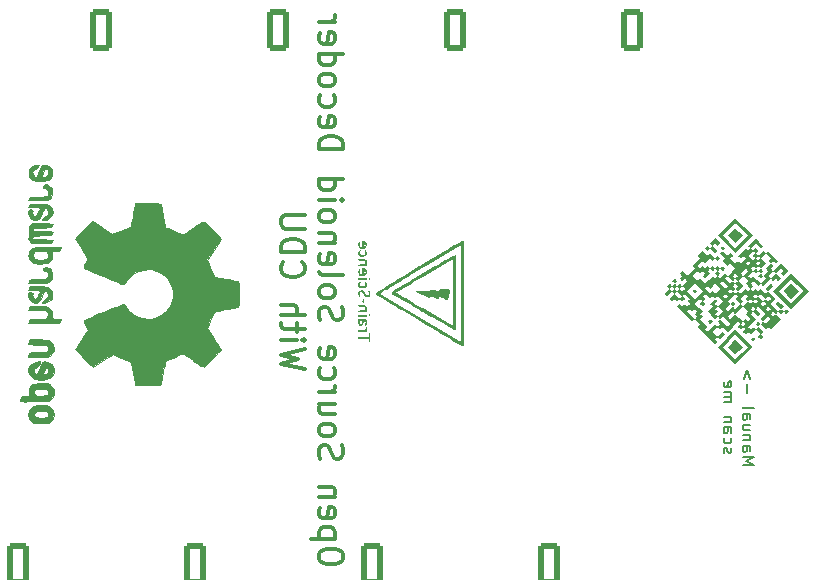
<source format=gbr>
%TF.GenerationSoftware,KiCad,Pcbnew,8.0.2*%
%TF.CreationDate,2024-10-12T15:12:06+02:00*%
%TF.ProjectId,OSSD-8A,4f535344-2d38-4412-9e6b-696361645f70,rev?*%
%TF.SameCoordinates,Original*%
%TF.FileFunction,Legend,Bot*%
%TF.FilePolarity,Positive*%
%FSLAX46Y46*%
G04 Gerber Fmt 4.6, Leading zero omitted, Abs format (unit mm)*
G04 Created by KiCad (PCBNEW 8.0.2) date 2024-10-12 15:12:06*
%MOMM*%
%LPD*%
G01*
G04 APERTURE LIST*
G04 Aperture macros list*
%AMRoundRect*
0 Rectangle with rounded corners*
0 $1 Rounding radius*
0 $2 $3 $4 $5 $6 $7 $8 $9 X,Y pos of 4 corners*
0 Add a 4 corners polygon primitive as box body*
4,1,4,$2,$3,$4,$5,$6,$7,$8,$9,$2,$3,0*
0 Add four circle primitives for the rounded corners*
1,1,$1+$1,$2,$3*
1,1,$1+$1,$4,$5*
1,1,$1+$1,$6,$7*
1,1,$1+$1,$8,$9*
0 Add four rect primitives between the rounded corners*
20,1,$1+$1,$2,$3,$4,$5,0*
20,1,$1+$1,$4,$5,$6,$7,0*
20,1,$1+$1,$6,$7,$8,$9,0*
20,1,$1+$1,$8,$9,$2,$3,0*%
G04 Aperture macros list end*
%ADD10C,0.150000*%
%ADD11C,0.300000*%
%ADD12C,0.000000*%
%ADD13C,0.010000*%
%ADD14RoundRect,0.250000X0.650000X1.550000X-0.650000X1.550000X-0.650000X-1.550000X0.650000X-1.550000X0*%
%ADD15O,1.800000X3.600000*%
%ADD16R,1.700000X1.700000*%
%ADD17O,1.700000X1.700000*%
%ADD18C,3.200000*%
%ADD19RoundRect,0.250000X-0.650000X-1.550000X0.650000X-1.550000X0.650000X1.550000X-0.650000X1.550000X0*%
%ADD20RoundRect,0.250000X1.550000X-0.650000X1.550000X0.650000X-1.550000X0.650000X-1.550000X-0.650000X0*%
%ADD21O,3.600000X1.800000*%
G04 APERTURE END LIST*
D10*
X159855124Y-61808809D02*
X160855124Y-61808809D01*
X160855124Y-61808809D02*
X160140839Y-61475476D01*
X160140839Y-61475476D02*
X160855124Y-61142143D01*
X160855124Y-61142143D02*
X159855124Y-61142143D01*
X159855124Y-60237381D02*
X160378934Y-60237381D01*
X160378934Y-60237381D02*
X160474172Y-60285000D01*
X160474172Y-60285000D02*
X160521791Y-60380238D01*
X160521791Y-60380238D02*
X160521791Y-60570714D01*
X160521791Y-60570714D02*
X160474172Y-60665952D01*
X159902744Y-60237381D02*
X159855124Y-60332619D01*
X159855124Y-60332619D02*
X159855124Y-60570714D01*
X159855124Y-60570714D02*
X159902744Y-60665952D01*
X159902744Y-60665952D02*
X159997982Y-60713571D01*
X159997982Y-60713571D02*
X160093220Y-60713571D01*
X160093220Y-60713571D02*
X160188458Y-60665952D01*
X160188458Y-60665952D02*
X160236077Y-60570714D01*
X160236077Y-60570714D02*
X160236077Y-60332619D01*
X160236077Y-60332619D02*
X160283696Y-60237381D01*
X160521791Y-59761190D02*
X159855124Y-59761190D01*
X160426553Y-59761190D02*
X160474172Y-59713571D01*
X160474172Y-59713571D02*
X160521791Y-59618333D01*
X160521791Y-59618333D02*
X160521791Y-59475476D01*
X160521791Y-59475476D02*
X160474172Y-59380238D01*
X160474172Y-59380238D02*
X160378934Y-59332619D01*
X160378934Y-59332619D02*
X159855124Y-59332619D01*
X160521791Y-58427857D02*
X159855124Y-58427857D01*
X160521791Y-58856428D02*
X159997982Y-58856428D01*
X159997982Y-58856428D02*
X159902744Y-58808809D01*
X159902744Y-58808809D02*
X159855124Y-58713571D01*
X159855124Y-58713571D02*
X159855124Y-58570714D01*
X159855124Y-58570714D02*
X159902744Y-58475476D01*
X159902744Y-58475476D02*
X159950363Y-58427857D01*
X159855124Y-57523095D02*
X160378934Y-57523095D01*
X160378934Y-57523095D02*
X160474172Y-57570714D01*
X160474172Y-57570714D02*
X160521791Y-57665952D01*
X160521791Y-57665952D02*
X160521791Y-57856428D01*
X160521791Y-57856428D02*
X160474172Y-57951666D01*
X159902744Y-57523095D02*
X159855124Y-57618333D01*
X159855124Y-57618333D02*
X159855124Y-57856428D01*
X159855124Y-57856428D02*
X159902744Y-57951666D01*
X159902744Y-57951666D02*
X159997982Y-57999285D01*
X159997982Y-57999285D02*
X160093220Y-57999285D01*
X160093220Y-57999285D02*
X160188458Y-57951666D01*
X160188458Y-57951666D02*
X160236077Y-57856428D01*
X160236077Y-57856428D02*
X160236077Y-57618333D01*
X160236077Y-57618333D02*
X160283696Y-57523095D01*
X159855124Y-56904047D02*
X159902744Y-56999285D01*
X159902744Y-56999285D02*
X159997982Y-57046904D01*
X159997982Y-57046904D02*
X160855124Y-57046904D01*
X160236077Y-55761189D02*
X160236077Y-54999285D01*
X160521791Y-54523094D02*
X160236077Y-53761190D01*
X160236077Y-53761190D02*
X159950363Y-54523094D01*
X158292800Y-60808809D02*
X158245180Y-60713571D01*
X158245180Y-60713571D02*
X158245180Y-60523095D01*
X158245180Y-60523095D02*
X158292800Y-60427857D01*
X158292800Y-60427857D02*
X158388038Y-60380238D01*
X158388038Y-60380238D02*
X158435657Y-60380238D01*
X158435657Y-60380238D02*
X158530895Y-60427857D01*
X158530895Y-60427857D02*
X158578514Y-60523095D01*
X158578514Y-60523095D02*
X158578514Y-60665952D01*
X158578514Y-60665952D02*
X158626133Y-60761190D01*
X158626133Y-60761190D02*
X158721371Y-60808809D01*
X158721371Y-60808809D02*
X158768990Y-60808809D01*
X158768990Y-60808809D02*
X158864228Y-60761190D01*
X158864228Y-60761190D02*
X158911847Y-60665952D01*
X158911847Y-60665952D02*
X158911847Y-60523095D01*
X158911847Y-60523095D02*
X158864228Y-60427857D01*
X158292800Y-59523095D02*
X158245180Y-59618333D01*
X158245180Y-59618333D02*
X158245180Y-59808809D01*
X158245180Y-59808809D02*
X158292800Y-59904047D01*
X158292800Y-59904047D02*
X158340419Y-59951666D01*
X158340419Y-59951666D02*
X158435657Y-59999285D01*
X158435657Y-59999285D02*
X158721371Y-59999285D01*
X158721371Y-59999285D02*
X158816609Y-59951666D01*
X158816609Y-59951666D02*
X158864228Y-59904047D01*
X158864228Y-59904047D02*
X158911847Y-59808809D01*
X158911847Y-59808809D02*
X158911847Y-59618333D01*
X158911847Y-59618333D02*
X158864228Y-59523095D01*
X158245180Y-58665952D02*
X158768990Y-58665952D01*
X158768990Y-58665952D02*
X158864228Y-58713571D01*
X158864228Y-58713571D02*
X158911847Y-58808809D01*
X158911847Y-58808809D02*
X158911847Y-58999285D01*
X158911847Y-58999285D02*
X158864228Y-59094523D01*
X158292800Y-58665952D02*
X158245180Y-58761190D01*
X158245180Y-58761190D02*
X158245180Y-58999285D01*
X158245180Y-58999285D02*
X158292800Y-59094523D01*
X158292800Y-59094523D02*
X158388038Y-59142142D01*
X158388038Y-59142142D02*
X158483276Y-59142142D01*
X158483276Y-59142142D02*
X158578514Y-59094523D01*
X158578514Y-59094523D02*
X158626133Y-58999285D01*
X158626133Y-58999285D02*
X158626133Y-58761190D01*
X158626133Y-58761190D02*
X158673752Y-58665952D01*
X158911847Y-58189761D02*
X158245180Y-58189761D01*
X158816609Y-58189761D02*
X158864228Y-58142142D01*
X158864228Y-58142142D02*
X158911847Y-58046904D01*
X158911847Y-58046904D02*
X158911847Y-57904047D01*
X158911847Y-57904047D02*
X158864228Y-57808809D01*
X158864228Y-57808809D02*
X158768990Y-57761190D01*
X158768990Y-57761190D02*
X158245180Y-57761190D01*
X158245180Y-56523094D02*
X158911847Y-56523094D01*
X158816609Y-56523094D02*
X158864228Y-56475475D01*
X158864228Y-56475475D02*
X158911847Y-56380237D01*
X158911847Y-56380237D02*
X158911847Y-56237380D01*
X158911847Y-56237380D02*
X158864228Y-56142142D01*
X158864228Y-56142142D02*
X158768990Y-56094523D01*
X158768990Y-56094523D02*
X158245180Y-56094523D01*
X158768990Y-56094523D02*
X158864228Y-56046904D01*
X158864228Y-56046904D02*
X158911847Y-55951666D01*
X158911847Y-55951666D02*
X158911847Y-55808809D01*
X158911847Y-55808809D02*
X158864228Y-55713570D01*
X158864228Y-55713570D02*
X158768990Y-55665951D01*
X158768990Y-55665951D02*
X158245180Y-55665951D01*
X158292800Y-54808809D02*
X158245180Y-54904047D01*
X158245180Y-54904047D02*
X158245180Y-55094523D01*
X158245180Y-55094523D02*
X158292800Y-55189761D01*
X158292800Y-55189761D02*
X158388038Y-55237380D01*
X158388038Y-55237380D02*
X158768990Y-55237380D01*
X158768990Y-55237380D02*
X158864228Y-55189761D01*
X158864228Y-55189761D02*
X158911847Y-55094523D01*
X158911847Y-55094523D02*
X158911847Y-54904047D01*
X158911847Y-54904047D02*
X158864228Y-54808809D01*
X158864228Y-54808809D02*
X158768990Y-54761190D01*
X158768990Y-54761190D02*
X158673752Y-54761190D01*
X158673752Y-54761190D02*
X158578514Y-55237380D01*
D11*
X126003249Y-69783669D02*
X126003249Y-69402716D01*
X126003249Y-69402716D02*
X125908011Y-69212240D01*
X125908011Y-69212240D02*
X125717535Y-69021764D01*
X125717535Y-69021764D02*
X125336583Y-68926526D01*
X125336583Y-68926526D02*
X124669916Y-68926526D01*
X124669916Y-68926526D02*
X124288964Y-69021764D01*
X124288964Y-69021764D02*
X124098488Y-69212240D01*
X124098488Y-69212240D02*
X124003249Y-69402716D01*
X124003249Y-69402716D02*
X124003249Y-69783669D01*
X124003249Y-69783669D02*
X124098488Y-69974145D01*
X124098488Y-69974145D02*
X124288964Y-70164621D01*
X124288964Y-70164621D02*
X124669916Y-70259859D01*
X124669916Y-70259859D02*
X125336583Y-70259859D01*
X125336583Y-70259859D02*
X125717535Y-70164621D01*
X125717535Y-70164621D02*
X125908011Y-69974145D01*
X125908011Y-69974145D02*
X126003249Y-69783669D01*
X125336583Y-68069383D02*
X123336583Y-68069383D01*
X125241345Y-68069383D02*
X125336583Y-67878907D01*
X125336583Y-67878907D02*
X125336583Y-67497954D01*
X125336583Y-67497954D02*
X125241345Y-67307478D01*
X125241345Y-67307478D02*
X125146107Y-67212240D01*
X125146107Y-67212240D02*
X124955630Y-67117002D01*
X124955630Y-67117002D02*
X124384202Y-67117002D01*
X124384202Y-67117002D02*
X124193726Y-67212240D01*
X124193726Y-67212240D02*
X124098488Y-67307478D01*
X124098488Y-67307478D02*
X124003249Y-67497954D01*
X124003249Y-67497954D02*
X124003249Y-67878907D01*
X124003249Y-67878907D02*
X124098488Y-68069383D01*
X124098488Y-65497954D02*
X124003249Y-65688430D01*
X124003249Y-65688430D02*
X124003249Y-66069383D01*
X124003249Y-66069383D02*
X124098488Y-66259859D01*
X124098488Y-66259859D02*
X124288964Y-66355097D01*
X124288964Y-66355097D02*
X125050868Y-66355097D01*
X125050868Y-66355097D02*
X125241345Y-66259859D01*
X125241345Y-66259859D02*
X125336583Y-66069383D01*
X125336583Y-66069383D02*
X125336583Y-65688430D01*
X125336583Y-65688430D02*
X125241345Y-65497954D01*
X125241345Y-65497954D02*
X125050868Y-65402716D01*
X125050868Y-65402716D02*
X124860392Y-65402716D01*
X124860392Y-65402716D02*
X124669916Y-66355097D01*
X125336583Y-64545573D02*
X124003249Y-64545573D01*
X125146107Y-64545573D02*
X125241345Y-64450335D01*
X125241345Y-64450335D02*
X125336583Y-64259859D01*
X125336583Y-64259859D02*
X125336583Y-63974144D01*
X125336583Y-63974144D02*
X125241345Y-63783668D01*
X125241345Y-63783668D02*
X125050868Y-63688430D01*
X125050868Y-63688430D02*
X124003249Y-63688430D01*
X124098488Y-61307477D02*
X124003249Y-61021763D01*
X124003249Y-61021763D02*
X124003249Y-60545572D01*
X124003249Y-60545572D02*
X124098488Y-60355096D01*
X124098488Y-60355096D02*
X124193726Y-60259858D01*
X124193726Y-60259858D02*
X124384202Y-60164620D01*
X124384202Y-60164620D02*
X124574678Y-60164620D01*
X124574678Y-60164620D02*
X124765154Y-60259858D01*
X124765154Y-60259858D02*
X124860392Y-60355096D01*
X124860392Y-60355096D02*
X124955630Y-60545572D01*
X124955630Y-60545572D02*
X125050868Y-60926525D01*
X125050868Y-60926525D02*
X125146107Y-61117001D01*
X125146107Y-61117001D02*
X125241345Y-61212239D01*
X125241345Y-61212239D02*
X125431821Y-61307477D01*
X125431821Y-61307477D02*
X125622297Y-61307477D01*
X125622297Y-61307477D02*
X125812773Y-61212239D01*
X125812773Y-61212239D02*
X125908011Y-61117001D01*
X125908011Y-61117001D02*
X126003249Y-60926525D01*
X126003249Y-60926525D02*
X126003249Y-60450334D01*
X126003249Y-60450334D02*
X125908011Y-60164620D01*
X124003249Y-59021763D02*
X124098488Y-59212239D01*
X124098488Y-59212239D02*
X124193726Y-59307477D01*
X124193726Y-59307477D02*
X124384202Y-59402715D01*
X124384202Y-59402715D02*
X124955630Y-59402715D01*
X124955630Y-59402715D02*
X125146107Y-59307477D01*
X125146107Y-59307477D02*
X125241345Y-59212239D01*
X125241345Y-59212239D02*
X125336583Y-59021763D01*
X125336583Y-59021763D02*
X125336583Y-58736048D01*
X125336583Y-58736048D02*
X125241345Y-58545572D01*
X125241345Y-58545572D02*
X125146107Y-58450334D01*
X125146107Y-58450334D02*
X124955630Y-58355096D01*
X124955630Y-58355096D02*
X124384202Y-58355096D01*
X124384202Y-58355096D02*
X124193726Y-58450334D01*
X124193726Y-58450334D02*
X124098488Y-58545572D01*
X124098488Y-58545572D02*
X124003249Y-58736048D01*
X124003249Y-58736048D02*
X124003249Y-59021763D01*
X125336583Y-56640810D02*
X124003249Y-56640810D01*
X125336583Y-57497953D02*
X124288964Y-57497953D01*
X124288964Y-57497953D02*
X124098488Y-57402715D01*
X124098488Y-57402715D02*
X124003249Y-57212239D01*
X124003249Y-57212239D02*
X124003249Y-56926524D01*
X124003249Y-56926524D02*
X124098488Y-56736048D01*
X124098488Y-56736048D02*
X124193726Y-56640810D01*
X124003249Y-55688429D02*
X125336583Y-55688429D01*
X124955630Y-55688429D02*
X125146107Y-55593191D01*
X125146107Y-55593191D02*
X125241345Y-55497953D01*
X125241345Y-55497953D02*
X125336583Y-55307477D01*
X125336583Y-55307477D02*
X125336583Y-55117000D01*
X124098488Y-53593191D02*
X124003249Y-53783667D01*
X124003249Y-53783667D02*
X124003249Y-54164620D01*
X124003249Y-54164620D02*
X124098488Y-54355096D01*
X124098488Y-54355096D02*
X124193726Y-54450334D01*
X124193726Y-54450334D02*
X124384202Y-54545572D01*
X124384202Y-54545572D02*
X124955630Y-54545572D01*
X124955630Y-54545572D02*
X125146107Y-54450334D01*
X125146107Y-54450334D02*
X125241345Y-54355096D01*
X125241345Y-54355096D02*
X125336583Y-54164620D01*
X125336583Y-54164620D02*
X125336583Y-53783667D01*
X125336583Y-53783667D02*
X125241345Y-53593191D01*
X124098488Y-51974143D02*
X124003249Y-52164619D01*
X124003249Y-52164619D02*
X124003249Y-52545572D01*
X124003249Y-52545572D02*
X124098488Y-52736048D01*
X124098488Y-52736048D02*
X124288964Y-52831286D01*
X124288964Y-52831286D02*
X125050868Y-52831286D01*
X125050868Y-52831286D02*
X125241345Y-52736048D01*
X125241345Y-52736048D02*
X125336583Y-52545572D01*
X125336583Y-52545572D02*
X125336583Y-52164619D01*
X125336583Y-52164619D02*
X125241345Y-51974143D01*
X125241345Y-51974143D02*
X125050868Y-51878905D01*
X125050868Y-51878905D02*
X124860392Y-51878905D01*
X124860392Y-51878905D02*
X124669916Y-52831286D01*
X124098488Y-49593190D02*
X124003249Y-49307476D01*
X124003249Y-49307476D02*
X124003249Y-48831285D01*
X124003249Y-48831285D02*
X124098488Y-48640809D01*
X124098488Y-48640809D02*
X124193726Y-48545571D01*
X124193726Y-48545571D02*
X124384202Y-48450333D01*
X124384202Y-48450333D02*
X124574678Y-48450333D01*
X124574678Y-48450333D02*
X124765154Y-48545571D01*
X124765154Y-48545571D02*
X124860392Y-48640809D01*
X124860392Y-48640809D02*
X124955630Y-48831285D01*
X124955630Y-48831285D02*
X125050868Y-49212238D01*
X125050868Y-49212238D02*
X125146107Y-49402714D01*
X125146107Y-49402714D02*
X125241345Y-49497952D01*
X125241345Y-49497952D02*
X125431821Y-49593190D01*
X125431821Y-49593190D02*
X125622297Y-49593190D01*
X125622297Y-49593190D02*
X125812773Y-49497952D01*
X125812773Y-49497952D02*
X125908011Y-49402714D01*
X125908011Y-49402714D02*
X126003249Y-49212238D01*
X126003249Y-49212238D02*
X126003249Y-48736047D01*
X126003249Y-48736047D02*
X125908011Y-48450333D01*
X124003249Y-47307476D02*
X124098488Y-47497952D01*
X124098488Y-47497952D02*
X124193726Y-47593190D01*
X124193726Y-47593190D02*
X124384202Y-47688428D01*
X124384202Y-47688428D02*
X124955630Y-47688428D01*
X124955630Y-47688428D02*
X125146107Y-47593190D01*
X125146107Y-47593190D02*
X125241345Y-47497952D01*
X125241345Y-47497952D02*
X125336583Y-47307476D01*
X125336583Y-47307476D02*
X125336583Y-47021761D01*
X125336583Y-47021761D02*
X125241345Y-46831285D01*
X125241345Y-46831285D02*
X125146107Y-46736047D01*
X125146107Y-46736047D02*
X124955630Y-46640809D01*
X124955630Y-46640809D02*
X124384202Y-46640809D01*
X124384202Y-46640809D02*
X124193726Y-46736047D01*
X124193726Y-46736047D02*
X124098488Y-46831285D01*
X124098488Y-46831285D02*
X124003249Y-47021761D01*
X124003249Y-47021761D02*
X124003249Y-47307476D01*
X124003249Y-45497952D02*
X124098488Y-45688428D01*
X124098488Y-45688428D02*
X124288964Y-45783666D01*
X124288964Y-45783666D02*
X126003249Y-45783666D01*
X124098488Y-43974142D02*
X124003249Y-44164618D01*
X124003249Y-44164618D02*
X124003249Y-44545571D01*
X124003249Y-44545571D02*
X124098488Y-44736047D01*
X124098488Y-44736047D02*
X124288964Y-44831285D01*
X124288964Y-44831285D02*
X125050868Y-44831285D01*
X125050868Y-44831285D02*
X125241345Y-44736047D01*
X125241345Y-44736047D02*
X125336583Y-44545571D01*
X125336583Y-44545571D02*
X125336583Y-44164618D01*
X125336583Y-44164618D02*
X125241345Y-43974142D01*
X125241345Y-43974142D02*
X125050868Y-43878904D01*
X125050868Y-43878904D02*
X124860392Y-43878904D01*
X124860392Y-43878904D02*
X124669916Y-44831285D01*
X125336583Y-43021761D02*
X124003249Y-43021761D01*
X125146107Y-43021761D02*
X125241345Y-42926523D01*
X125241345Y-42926523D02*
X125336583Y-42736047D01*
X125336583Y-42736047D02*
X125336583Y-42450332D01*
X125336583Y-42450332D02*
X125241345Y-42259856D01*
X125241345Y-42259856D02*
X125050868Y-42164618D01*
X125050868Y-42164618D02*
X124003249Y-42164618D01*
X124003249Y-40926523D02*
X124098488Y-41116999D01*
X124098488Y-41116999D02*
X124193726Y-41212237D01*
X124193726Y-41212237D02*
X124384202Y-41307475D01*
X124384202Y-41307475D02*
X124955630Y-41307475D01*
X124955630Y-41307475D02*
X125146107Y-41212237D01*
X125146107Y-41212237D02*
X125241345Y-41116999D01*
X125241345Y-41116999D02*
X125336583Y-40926523D01*
X125336583Y-40926523D02*
X125336583Y-40640808D01*
X125336583Y-40640808D02*
X125241345Y-40450332D01*
X125241345Y-40450332D02*
X125146107Y-40355094D01*
X125146107Y-40355094D02*
X124955630Y-40259856D01*
X124955630Y-40259856D02*
X124384202Y-40259856D01*
X124384202Y-40259856D02*
X124193726Y-40355094D01*
X124193726Y-40355094D02*
X124098488Y-40450332D01*
X124098488Y-40450332D02*
X124003249Y-40640808D01*
X124003249Y-40640808D02*
X124003249Y-40926523D01*
X124003249Y-39402713D02*
X125336583Y-39402713D01*
X126003249Y-39402713D02*
X125908011Y-39497951D01*
X125908011Y-39497951D02*
X125812773Y-39402713D01*
X125812773Y-39402713D02*
X125908011Y-39307475D01*
X125908011Y-39307475D02*
X126003249Y-39402713D01*
X126003249Y-39402713D02*
X125812773Y-39402713D01*
X124003249Y-37593189D02*
X126003249Y-37593189D01*
X124098488Y-37593189D02*
X124003249Y-37783665D01*
X124003249Y-37783665D02*
X124003249Y-38164618D01*
X124003249Y-38164618D02*
X124098488Y-38355094D01*
X124098488Y-38355094D02*
X124193726Y-38450332D01*
X124193726Y-38450332D02*
X124384202Y-38545570D01*
X124384202Y-38545570D02*
X124955630Y-38545570D01*
X124955630Y-38545570D02*
X125146107Y-38450332D01*
X125146107Y-38450332D02*
X125241345Y-38355094D01*
X125241345Y-38355094D02*
X125336583Y-38164618D01*
X125336583Y-38164618D02*
X125336583Y-37783665D01*
X125336583Y-37783665D02*
X125241345Y-37593189D01*
X124003249Y-35116998D02*
X126003249Y-35116998D01*
X126003249Y-35116998D02*
X126003249Y-34640808D01*
X126003249Y-34640808D02*
X125908011Y-34355093D01*
X125908011Y-34355093D02*
X125717535Y-34164617D01*
X125717535Y-34164617D02*
X125527059Y-34069379D01*
X125527059Y-34069379D02*
X125146107Y-33974141D01*
X125146107Y-33974141D02*
X124860392Y-33974141D01*
X124860392Y-33974141D02*
X124479440Y-34069379D01*
X124479440Y-34069379D02*
X124288964Y-34164617D01*
X124288964Y-34164617D02*
X124098488Y-34355093D01*
X124098488Y-34355093D02*
X124003249Y-34640808D01*
X124003249Y-34640808D02*
X124003249Y-35116998D01*
X124098488Y-32355093D02*
X124003249Y-32545569D01*
X124003249Y-32545569D02*
X124003249Y-32926522D01*
X124003249Y-32926522D02*
X124098488Y-33116998D01*
X124098488Y-33116998D02*
X124288964Y-33212236D01*
X124288964Y-33212236D02*
X125050868Y-33212236D01*
X125050868Y-33212236D02*
X125241345Y-33116998D01*
X125241345Y-33116998D02*
X125336583Y-32926522D01*
X125336583Y-32926522D02*
X125336583Y-32545569D01*
X125336583Y-32545569D02*
X125241345Y-32355093D01*
X125241345Y-32355093D02*
X125050868Y-32259855D01*
X125050868Y-32259855D02*
X124860392Y-32259855D01*
X124860392Y-32259855D02*
X124669916Y-33212236D01*
X124098488Y-30545569D02*
X124003249Y-30736045D01*
X124003249Y-30736045D02*
X124003249Y-31116998D01*
X124003249Y-31116998D02*
X124098488Y-31307474D01*
X124098488Y-31307474D02*
X124193726Y-31402712D01*
X124193726Y-31402712D02*
X124384202Y-31497950D01*
X124384202Y-31497950D02*
X124955630Y-31497950D01*
X124955630Y-31497950D02*
X125146107Y-31402712D01*
X125146107Y-31402712D02*
X125241345Y-31307474D01*
X125241345Y-31307474D02*
X125336583Y-31116998D01*
X125336583Y-31116998D02*
X125336583Y-30736045D01*
X125336583Y-30736045D02*
X125241345Y-30545569D01*
X124003249Y-29402712D02*
X124098488Y-29593188D01*
X124098488Y-29593188D02*
X124193726Y-29688426D01*
X124193726Y-29688426D02*
X124384202Y-29783664D01*
X124384202Y-29783664D02*
X124955630Y-29783664D01*
X124955630Y-29783664D02*
X125146107Y-29688426D01*
X125146107Y-29688426D02*
X125241345Y-29593188D01*
X125241345Y-29593188D02*
X125336583Y-29402712D01*
X125336583Y-29402712D02*
X125336583Y-29116997D01*
X125336583Y-29116997D02*
X125241345Y-28926521D01*
X125241345Y-28926521D02*
X125146107Y-28831283D01*
X125146107Y-28831283D02*
X124955630Y-28736045D01*
X124955630Y-28736045D02*
X124384202Y-28736045D01*
X124384202Y-28736045D02*
X124193726Y-28831283D01*
X124193726Y-28831283D02*
X124098488Y-28926521D01*
X124098488Y-28926521D02*
X124003249Y-29116997D01*
X124003249Y-29116997D02*
X124003249Y-29402712D01*
X124003249Y-27021759D02*
X126003249Y-27021759D01*
X124098488Y-27021759D02*
X124003249Y-27212235D01*
X124003249Y-27212235D02*
X124003249Y-27593188D01*
X124003249Y-27593188D02*
X124098488Y-27783664D01*
X124098488Y-27783664D02*
X124193726Y-27878902D01*
X124193726Y-27878902D02*
X124384202Y-27974140D01*
X124384202Y-27974140D02*
X124955630Y-27974140D01*
X124955630Y-27974140D02*
X125146107Y-27878902D01*
X125146107Y-27878902D02*
X125241345Y-27783664D01*
X125241345Y-27783664D02*
X125336583Y-27593188D01*
X125336583Y-27593188D02*
X125336583Y-27212235D01*
X125336583Y-27212235D02*
X125241345Y-27021759D01*
X124098488Y-25307473D02*
X124003249Y-25497949D01*
X124003249Y-25497949D02*
X124003249Y-25878902D01*
X124003249Y-25878902D02*
X124098488Y-26069378D01*
X124098488Y-26069378D02*
X124288964Y-26164616D01*
X124288964Y-26164616D02*
X125050868Y-26164616D01*
X125050868Y-26164616D02*
X125241345Y-26069378D01*
X125241345Y-26069378D02*
X125336583Y-25878902D01*
X125336583Y-25878902D02*
X125336583Y-25497949D01*
X125336583Y-25497949D02*
X125241345Y-25307473D01*
X125241345Y-25307473D02*
X125050868Y-25212235D01*
X125050868Y-25212235D02*
X124860392Y-25212235D01*
X124860392Y-25212235D02*
X124669916Y-26164616D01*
X124003249Y-24355092D02*
X125336583Y-24355092D01*
X124955630Y-24355092D02*
X125146107Y-24259854D01*
X125146107Y-24259854D02*
X125241345Y-24164616D01*
X125241345Y-24164616D02*
X125336583Y-23974140D01*
X125336583Y-23974140D02*
X125336583Y-23783663D01*
X122783361Y-53736047D02*
X120783361Y-53259857D01*
X120783361Y-53259857D02*
X122211933Y-52878904D01*
X122211933Y-52878904D02*
X120783361Y-52497952D01*
X120783361Y-52497952D02*
X122783361Y-52021762D01*
X120783361Y-51259857D02*
X122116695Y-51259857D01*
X122783361Y-51259857D02*
X122688123Y-51355095D01*
X122688123Y-51355095D02*
X122592885Y-51259857D01*
X122592885Y-51259857D02*
X122688123Y-51164619D01*
X122688123Y-51164619D02*
X122783361Y-51259857D01*
X122783361Y-51259857D02*
X122592885Y-51259857D01*
X122116695Y-50593190D02*
X122116695Y-49831286D01*
X122783361Y-50307476D02*
X121069076Y-50307476D01*
X121069076Y-50307476D02*
X120878600Y-50212238D01*
X120878600Y-50212238D02*
X120783361Y-50021762D01*
X120783361Y-50021762D02*
X120783361Y-49831286D01*
X120783361Y-49164619D02*
X122783361Y-49164619D01*
X120783361Y-48307476D02*
X121830980Y-48307476D01*
X121830980Y-48307476D02*
X122021457Y-48402714D01*
X122021457Y-48402714D02*
X122116695Y-48593190D01*
X122116695Y-48593190D02*
X122116695Y-48878905D01*
X122116695Y-48878905D02*
X122021457Y-49069381D01*
X122021457Y-49069381D02*
X121926219Y-49164619D01*
X120973838Y-44688428D02*
X120878600Y-44783666D01*
X120878600Y-44783666D02*
X120783361Y-45069380D01*
X120783361Y-45069380D02*
X120783361Y-45259856D01*
X120783361Y-45259856D02*
X120878600Y-45545571D01*
X120878600Y-45545571D02*
X121069076Y-45736047D01*
X121069076Y-45736047D02*
X121259552Y-45831285D01*
X121259552Y-45831285D02*
X121640504Y-45926523D01*
X121640504Y-45926523D02*
X121926219Y-45926523D01*
X121926219Y-45926523D02*
X122307171Y-45831285D01*
X122307171Y-45831285D02*
X122497647Y-45736047D01*
X122497647Y-45736047D02*
X122688123Y-45545571D01*
X122688123Y-45545571D02*
X122783361Y-45259856D01*
X122783361Y-45259856D02*
X122783361Y-45069380D01*
X122783361Y-45069380D02*
X122688123Y-44783666D01*
X122688123Y-44783666D02*
X122592885Y-44688428D01*
X120783361Y-43831285D02*
X122783361Y-43831285D01*
X122783361Y-43831285D02*
X122783361Y-43355095D01*
X122783361Y-43355095D02*
X122688123Y-43069380D01*
X122688123Y-43069380D02*
X122497647Y-42878904D01*
X122497647Y-42878904D02*
X122307171Y-42783666D01*
X122307171Y-42783666D02*
X121926219Y-42688428D01*
X121926219Y-42688428D02*
X121640504Y-42688428D01*
X121640504Y-42688428D02*
X121259552Y-42783666D01*
X121259552Y-42783666D02*
X121069076Y-42878904D01*
X121069076Y-42878904D02*
X120878600Y-43069380D01*
X120878600Y-43069380D02*
X120783361Y-43355095D01*
X120783361Y-43355095D02*
X120783361Y-43831285D01*
X122783361Y-41831285D02*
X121164314Y-41831285D01*
X121164314Y-41831285D02*
X120973838Y-41736047D01*
X120973838Y-41736047D02*
X120878600Y-41640809D01*
X120878600Y-41640809D02*
X120783361Y-41450333D01*
X120783361Y-41450333D02*
X120783361Y-41069380D01*
X120783361Y-41069380D02*
X120878600Y-40878904D01*
X120878600Y-40878904D02*
X120973838Y-40783666D01*
X120973838Y-40783666D02*
X121164314Y-40688428D01*
X121164314Y-40688428D02*
X122783361Y-40688428D01*
D12*
%TO.C,G\u002A\u002A\u002A*%
G36*
X128061231Y-46181643D02*
G01*
X127320800Y-46181643D01*
X127320800Y-46020679D01*
X128061231Y-46020679D01*
X128061231Y-46181643D01*
G37*
G36*
X128061231Y-49272137D02*
G01*
X127320800Y-49272137D01*
X127320800Y-49111174D01*
X128061231Y-49111174D01*
X128061231Y-49272137D01*
G37*
G36*
X128301472Y-46008576D02*
G01*
X128333435Y-46032557D01*
X128346286Y-46088317D01*
X128320639Y-46144562D01*
X128262435Y-46175833D01*
X128245214Y-46177714D01*
X128201041Y-46164546D01*
X128190001Y-46105300D01*
X128195700Y-46051002D01*
X128231752Y-46002463D01*
X128301472Y-46008576D01*
G37*
G36*
X128301472Y-49099070D02*
G01*
X128333435Y-49123051D01*
X128346286Y-49178811D01*
X128320639Y-49235057D01*
X128262435Y-49266328D01*
X128245214Y-49268208D01*
X128201041Y-49255040D01*
X128190001Y-49195794D01*
X128195700Y-49141497D01*
X128231752Y-49092957D01*
X128301472Y-49099070D01*
G37*
G36*
X127737986Y-47734713D02*
G01*
X127776734Y-47777283D01*
X127798400Y-47856737D01*
X127803401Y-47953175D01*
X127792155Y-48046697D01*
X127765081Y-48117403D01*
X127722594Y-48145394D01*
X127712035Y-48143883D01*
X127689647Y-48118379D01*
X127678159Y-48052268D01*
X127674919Y-47933781D01*
X127676328Y-47834351D01*
X127683740Y-47764453D01*
X127700834Y-47734951D01*
X127731256Y-47732845D01*
X127737986Y-47734713D01*
G37*
G36*
X128024741Y-50148379D02*
G01*
X128057926Y-50196967D01*
X128059804Y-50276476D01*
X128027905Y-50368803D01*
X128011023Y-50411366D01*
X128027905Y-50431072D01*
X128049826Y-50451060D01*
X128061231Y-50511554D01*
X128061231Y-50592035D01*
X127320800Y-50592035D01*
X127320800Y-50511554D01*
X127321451Y-50486154D01*
X127331461Y-50454963D01*
X127364560Y-50438538D01*
X127434512Y-50432151D01*
X127555081Y-50431072D01*
X127587900Y-50430820D01*
X127748615Y-50418100D01*
X127855182Y-50383695D01*
X127914248Y-50324170D01*
X127932460Y-50236091D01*
X127932987Y-50214283D01*
X127949367Y-50156873D01*
X127996845Y-50141338D01*
X128024741Y-50148379D01*
G37*
G36*
X128305976Y-50690076D02*
G01*
X128326871Y-50702582D01*
X128340055Y-50736918D01*
X128347291Y-50803722D01*
X128350340Y-50913632D01*
X128350964Y-51077286D01*
X128350839Y-51157250D01*
X128349108Y-51295928D01*
X128344137Y-51384901D01*
X128334411Y-51434335D01*
X128318412Y-51454399D01*
X128294627Y-51455260D01*
X128267895Y-51442923D01*
X128241592Y-51392526D01*
X128228478Y-51291936D01*
X128218666Y-51139310D01*
X127320800Y-51139310D01*
X127320800Y-50978347D01*
X128222194Y-50978347D01*
X128222194Y-50833480D01*
X128222218Y-50823073D01*
X128227317Y-50737451D01*
X128246343Y-50698092D01*
X128286579Y-50688613D01*
X128305976Y-50690076D01*
G37*
G36*
X127942452Y-43651209D02*
G01*
X128001632Y-43700895D01*
X128044629Y-43787854D01*
X128061231Y-43897736D01*
X128046473Y-44011443D01*
X127985958Y-44115074D01*
X127875892Y-44180761D01*
X127713267Y-44211213D01*
X127604785Y-44216723D01*
X127532297Y-44209240D01*
X127478043Y-44181730D01*
X127418677Y-44127565D01*
X127386831Y-44093476D01*
X127334856Y-44007070D01*
X127320800Y-43902007D01*
X127334019Y-43800735D01*
X127374236Y-43709331D01*
X127431892Y-43654377D01*
X127497227Y-43649822D01*
X127524068Y-43661453D01*
X127536871Y-43684884D01*
X127502241Y-43730159D01*
X127501358Y-43731143D01*
X127457228Y-43820839D01*
X127456754Y-43922361D01*
X127500159Y-44006339D01*
X127512957Y-44016905D01*
X127595968Y-44047926D01*
X127704122Y-44056505D01*
X127808922Y-44042643D01*
X127881871Y-44006339D01*
X127882740Y-44005462D01*
X127925558Y-43921057D01*
X127924500Y-43819499D01*
X127879789Y-43730159D01*
X127855443Y-43701801D01*
X127846019Y-43671105D01*
X127884803Y-43649822D01*
X127942452Y-43651209D01*
G37*
G36*
X127942452Y-46323199D02*
G01*
X128001632Y-46372885D01*
X128044629Y-46459844D01*
X128061231Y-46569726D01*
X128046473Y-46683433D01*
X127985958Y-46787064D01*
X127875892Y-46852751D01*
X127713267Y-46883202D01*
X127604785Y-46888713D01*
X127532297Y-46881230D01*
X127478043Y-46853720D01*
X127418677Y-46799554D01*
X127386831Y-46765466D01*
X127334856Y-46679060D01*
X127320800Y-46573997D01*
X127334019Y-46472725D01*
X127374236Y-46381321D01*
X127431892Y-46326367D01*
X127497227Y-46321812D01*
X127524068Y-46333442D01*
X127536871Y-46356874D01*
X127502241Y-46402149D01*
X127501358Y-46403132D01*
X127457228Y-46492829D01*
X127456754Y-46594351D01*
X127500159Y-46678329D01*
X127503884Y-46681808D01*
X127579187Y-46716068D01*
X127691015Y-46728918D01*
X127700751Y-46728829D01*
X127810546Y-46714026D01*
X127881871Y-46678329D01*
X127882740Y-46677452D01*
X127925558Y-46593046D01*
X127924500Y-46491489D01*
X127879789Y-46402149D01*
X127855443Y-46373791D01*
X127846019Y-46343095D01*
X127884803Y-46321812D01*
X127942452Y-46323199D01*
G37*
G36*
X127629339Y-49470439D02*
G01*
X127702119Y-49473750D01*
X127856862Y-49489189D01*
X127960596Y-49519297D01*
X128022870Y-49570525D01*
X128053232Y-49649320D01*
X128061231Y-49762132D01*
X128060636Y-49797023D01*
X128043743Y-49929633D01*
X128005791Y-50014723D01*
X127949750Y-50044760D01*
X127945722Y-50044575D01*
X127922816Y-50026746D01*
X127916027Y-49970931D01*
X127923520Y-49864538D01*
X127930311Y-49766247D01*
X127923036Y-49692450D01*
X127897049Y-49655779D01*
X127850337Y-49633171D01*
X127793168Y-49634730D01*
X127771317Y-49682593D01*
X127765277Y-49744848D01*
X127738283Y-49855053D01*
X127698392Y-49958915D01*
X127655310Y-50027578D01*
X127632113Y-50046410D01*
X127557566Y-50070579D01*
X127541463Y-50075800D01*
X127445343Y-50061997D01*
X127372068Y-50007052D01*
X127349383Y-49959337D01*
X127331179Y-49855055D01*
X127329761Y-49785587D01*
X127450292Y-49785587D01*
X127463113Y-49861211D01*
X127500023Y-49905178D01*
X127557566Y-49907371D01*
X127602331Y-49855613D01*
X127632011Y-49744200D01*
X127640130Y-49673399D01*
X127628727Y-49635113D01*
X127588991Y-49626256D01*
X127551967Y-49631663D01*
X127488201Y-49664887D01*
X127462966Y-49706907D01*
X127450292Y-49785587D01*
X127329761Y-49785587D01*
X127327979Y-49698320D01*
X127332851Y-49459488D01*
X127629339Y-49470439D01*
G37*
G36*
X127727807Y-47027286D02*
G01*
X127816695Y-47107892D01*
X127902301Y-47248028D01*
X127945557Y-47325544D01*
X128025755Y-47424966D01*
X128102817Y-47462040D01*
X128175450Y-47435874D01*
X128178297Y-47433325D01*
X128208182Y-47374866D01*
X128221112Y-47291363D01*
X128215561Y-47211389D01*
X128190001Y-47163518D01*
X128159211Y-47122666D01*
X128170086Y-47073818D01*
X128221061Y-47050844D01*
X128221665Y-47050846D01*
X128290760Y-47080524D01*
X128335229Y-47163550D01*
X128350964Y-47292289D01*
X128339449Y-47399545D01*
X128289721Y-47519050D01*
X128210285Y-47597625D01*
X128111643Y-47629703D01*
X128004293Y-47609715D01*
X127898736Y-47532095D01*
X127882432Y-47513912D01*
X127821134Y-47432092D01*
X127785434Y-47363083D01*
X127774729Y-47333151D01*
X127715036Y-47241182D01*
X127636405Y-47188659D01*
X127553630Y-47182147D01*
X127481507Y-47228212D01*
X127474736Y-47238171D01*
X127456998Y-47319009D01*
X127465641Y-47441064D01*
X127499936Y-47590071D01*
X127503932Y-47638108D01*
X127476490Y-47663312D01*
X127426948Y-47647630D01*
X127370914Y-47590956D01*
X127339403Y-47518362D01*
X127322807Y-47394995D01*
X127332465Y-47262443D01*
X127368529Y-47148505D01*
X127423465Y-47079918D01*
X127525436Y-47020175D01*
X127627865Y-47001510D01*
X127727807Y-47027286D01*
G37*
G36*
X127860529Y-42883427D02*
G01*
X127961331Y-42950589D01*
X128033581Y-43052043D01*
X128061231Y-43170752D01*
X128057518Y-43235651D01*
X128013808Y-43377413D01*
X127923767Y-43476201D01*
X127829443Y-43513756D01*
X127791000Y-43529062D01*
X127619110Y-43533043D01*
X127588414Y-43528990D01*
X127475221Y-43495673D01*
X127394295Y-43430543D01*
X127384180Y-43417593D01*
X127343646Y-43329060D01*
X127323846Y-43218826D01*
X127323662Y-43103745D01*
X127341976Y-43000676D01*
X127377669Y-42926473D01*
X127429624Y-42897992D01*
X127436933Y-42898595D01*
X127458700Y-42918625D01*
X127465294Y-42976476D01*
X127458705Y-43084940D01*
X127454928Y-43160509D01*
X127471832Y-43284577D01*
X127524040Y-43357215D01*
X127612833Y-43380882D01*
X127627118Y-43380110D01*
X127652687Y-43367383D01*
X127667108Y-43328931D01*
X127673483Y-43251877D01*
X127674020Y-43203822D01*
X127803689Y-43203822D01*
X127805983Y-43276663D01*
X127815338Y-43351767D01*
X127829443Y-43380882D01*
X127872927Y-43363398D01*
X127915694Y-43298491D01*
X127932460Y-43203822D01*
X127922288Y-43129085D01*
X127884523Y-43055579D01*
X127829443Y-43026763D01*
X127818848Y-43042534D01*
X127807924Y-43106846D01*
X127803689Y-43203822D01*
X127674020Y-43203822D01*
X127674919Y-43123341D01*
X127674919Y-42865800D01*
X127773973Y-42865800D01*
X127860529Y-42883427D01*
G37*
G36*
X127860529Y-45201298D02*
G01*
X127961331Y-45268460D01*
X128033581Y-45369914D01*
X128061231Y-45488623D01*
X128057518Y-45553522D01*
X128013808Y-45695284D01*
X127923767Y-45794072D01*
X127829443Y-45831627D01*
X127791000Y-45846933D01*
X127619110Y-45850913D01*
X127588414Y-45846861D01*
X127475221Y-45813544D01*
X127394295Y-45748414D01*
X127384180Y-45735464D01*
X127343646Y-45646931D01*
X127323846Y-45536696D01*
X127323662Y-45421616D01*
X127341976Y-45318546D01*
X127377669Y-45244343D01*
X127429624Y-45215863D01*
X127436933Y-45216465D01*
X127458700Y-45236496D01*
X127465294Y-45294347D01*
X127458705Y-45402811D01*
X127454928Y-45478380D01*
X127471832Y-45602448D01*
X127524040Y-45675086D01*
X127612833Y-45698753D01*
X127627118Y-45697980D01*
X127652687Y-45685254D01*
X127667108Y-45646802D01*
X127673483Y-45569747D01*
X127674020Y-45521693D01*
X127803689Y-45521693D01*
X127805983Y-45594534D01*
X127815338Y-45669637D01*
X127829443Y-45698753D01*
X127872927Y-45681269D01*
X127915694Y-45616361D01*
X127932460Y-45521693D01*
X127922288Y-45446956D01*
X127884523Y-45373450D01*
X127829443Y-45344634D01*
X127818848Y-45360405D01*
X127807924Y-45424717D01*
X127803689Y-45521693D01*
X127674020Y-45521693D01*
X127674919Y-45441212D01*
X127674919Y-45183670D01*
X127773973Y-45183670D01*
X127860529Y-45201298D01*
G37*
G36*
X127770432Y-44384764D02*
G01*
X127908850Y-44408825D01*
X127998481Y-44455329D01*
X128046787Y-44528433D01*
X128061231Y-44632293D01*
X128060950Y-44646737D01*
X128047781Y-44735895D01*
X128020990Y-44794944D01*
X127996893Y-44830858D01*
X128020990Y-44852354D01*
X128046493Y-44879439D01*
X128061231Y-44944908D01*
X128060012Y-44974632D01*
X128049213Y-44998082D01*
X128017876Y-45012311D01*
X127955038Y-45019622D01*
X127849738Y-45022320D01*
X127691015Y-45022707D01*
X127320800Y-45022707D01*
X127320800Y-44942226D01*
X127322276Y-44908899D01*
X127335399Y-44882045D01*
X127373358Y-44868001D01*
X127449336Y-44862617D01*
X127576515Y-44861744D01*
X127615696Y-44861648D01*
X127732738Y-44858459D01*
X127805539Y-44847981D01*
X127850080Y-44826472D01*
X127882346Y-44790196D01*
X127893601Y-44772838D01*
X127927601Y-44683310D01*
X127923556Y-44605414D01*
X127881538Y-44559358D01*
X127875160Y-44557401D01*
X127809634Y-44548470D01*
X127703261Y-44542190D01*
X127575708Y-44539817D01*
X127470993Y-44539363D01*
X127385478Y-44535258D01*
X127340743Y-44523330D01*
X127323585Y-44499413D01*
X127320800Y-44459336D01*
X127320806Y-44454166D01*
X127324013Y-44417666D01*
X127341672Y-44395405D01*
X127386266Y-44383863D01*
X127470278Y-44379520D01*
X127606192Y-44378854D01*
X127770432Y-44384764D01*
G37*
G36*
X127770432Y-48280075D02*
G01*
X127908850Y-48304135D01*
X127998481Y-48350639D01*
X128046787Y-48423743D01*
X128061231Y-48527604D01*
X128060950Y-48542048D01*
X128047781Y-48631205D01*
X128020990Y-48690255D01*
X127996893Y-48726168D01*
X128020990Y-48747665D01*
X128046493Y-48774750D01*
X128061231Y-48840219D01*
X128060012Y-48869943D01*
X128049213Y-48893392D01*
X128017876Y-48907621D01*
X127955038Y-48914933D01*
X127849738Y-48917630D01*
X127691015Y-48918018D01*
X127320800Y-48918018D01*
X127320800Y-48837536D01*
X127322276Y-48804209D01*
X127335399Y-48777355D01*
X127373358Y-48763311D01*
X127449336Y-48757927D01*
X127576515Y-48757054D01*
X127615696Y-48756958D01*
X127732738Y-48753770D01*
X127805539Y-48743291D01*
X127850080Y-48721783D01*
X127882346Y-48685506D01*
X127893601Y-48668149D01*
X127927601Y-48578620D01*
X127923556Y-48500725D01*
X127881538Y-48454669D01*
X127875160Y-48452712D01*
X127809634Y-48443781D01*
X127703261Y-48437501D01*
X127575708Y-48435128D01*
X127470993Y-48434674D01*
X127385478Y-48430568D01*
X127340743Y-48418641D01*
X127323585Y-48394723D01*
X127320800Y-48354646D01*
X127320806Y-48349476D01*
X127324013Y-48312976D01*
X127341672Y-48290716D01*
X127386266Y-48279174D01*
X127470278Y-48274830D01*
X127606192Y-48274165D01*
X127770432Y-48280075D01*
G37*
G36*
X134490020Y-46960853D02*
G01*
X134660822Y-46964506D01*
X134687455Y-46965185D01*
X134841944Y-46970677D01*
X134970171Y-46977793D01*
X135059431Y-46985688D01*
X135097018Y-46993518D01*
X135099890Y-47028913D01*
X135088945Y-47109584D01*
X135066139Y-47216767D01*
X135042380Y-47317350D01*
X135016510Y-47434498D01*
X135000207Y-47517637D01*
X134978250Y-47639236D01*
X134945777Y-47777330D01*
X134912855Y-47864583D01*
X134892594Y-47895770D01*
X134859107Y-47903596D01*
X134795942Y-47874486D01*
X134736873Y-47844421D01*
X134640887Y-47798304D01*
X134526498Y-47744888D01*
X134409013Y-47691168D01*
X134303740Y-47644137D01*
X134225986Y-47610789D01*
X134191061Y-47598119D01*
X134183926Y-47607380D01*
X134177834Y-47656351D01*
X134171508Y-47696176D01*
X134137593Y-47769165D01*
X134125228Y-47784994D01*
X134095199Y-47805542D01*
X134049924Y-47797917D01*
X133968582Y-47761132D01*
X133884319Y-47721393D01*
X133777653Y-47672778D01*
X133665115Y-47622601D01*
X133562803Y-47577966D01*
X133486815Y-47545976D01*
X133453248Y-47533734D01*
X133445117Y-47546087D01*
X133428118Y-47597957D01*
X133423039Y-47614712D01*
X133389556Y-47663591D01*
X133329868Y-47676862D01*
X133234855Y-47654483D01*
X133095402Y-47596412D01*
X132967625Y-47537724D01*
X132841058Y-47479959D01*
X132745261Y-47436615D01*
X132654614Y-47395819D01*
X132528583Y-47338889D01*
X132399190Y-47280281D01*
X132299683Y-47231947D01*
X132209774Y-47175388D01*
X132182410Y-47133957D01*
X132217612Y-47107601D01*
X132315402Y-47096268D01*
X132475804Y-47099906D01*
X132545597Y-47103886D01*
X132694500Y-47112180D01*
X132867329Y-47121639D01*
X133039229Y-47130896D01*
X133397582Y-47150005D01*
X133418762Y-47065617D01*
X133420039Y-47060672D01*
X133437003Y-47020504D01*
X133469209Y-46999203D01*
X133528473Y-46995919D01*
X133626607Y-47009804D01*
X133775426Y-47040010D01*
X133798046Y-47044827D01*
X133949716Y-47074958D01*
X134052836Y-47088833D01*
X134119729Y-47086154D01*
X134162714Y-47066626D01*
X134194112Y-47029953D01*
X134195979Y-47027111D01*
X134218735Y-46997176D01*
X134247934Y-46977207D01*
X134295159Y-46965580D01*
X134371993Y-46960670D01*
X134490020Y-46960853D01*
G37*
G36*
X135610407Y-44073024D02*
G01*
X135610407Y-50414976D01*
X135513829Y-50414640D01*
X135489463Y-50408325D01*
X135422769Y-50379253D01*
X135352866Y-50344264D01*
X135315816Y-50325719D01*
X135166927Y-50246787D01*
X134974425Y-50141520D01*
X134736634Y-50008981D01*
X134451877Y-49848234D01*
X134118476Y-49658343D01*
X133734755Y-49438371D01*
X133299038Y-49187382D01*
X132809646Y-48904439D01*
X132725880Y-48855932D01*
X132351857Y-48639243D01*
X131994169Y-48431855D01*
X131656756Y-48236060D01*
X131343559Y-48054153D01*
X131058518Y-47888426D01*
X130805572Y-47741173D01*
X130588661Y-47614688D01*
X130411726Y-47511262D01*
X130278706Y-47433191D01*
X130193542Y-47382767D01*
X130160173Y-47362283D01*
X130135667Y-47322828D01*
X130128042Y-47249551D01*
X130523782Y-47249551D01*
X130540674Y-47263109D01*
X130608851Y-47306889D01*
X130725519Y-47378496D01*
X130886713Y-47475586D01*
X131088470Y-47595814D01*
X131326826Y-47736836D01*
X131597815Y-47896308D01*
X131897474Y-48071885D01*
X132221838Y-48261222D01*
X132566944Y-48461976D01*
X132928825Y-48671803D01*
X135352866Y-50075057D01*
X135361249Y-48659529D01*
X135362678Y-48367334D01*
X135363938Y-47956992D01*
X135364598Y-47516337D01*
X135364659Y-47064309D01*
X135364121Y-46619847D01*
X135362984Y-46201890D01*
X135361249Y-45829377D01*
X135352866Y-44414753D01*
X132947823Y-45822654D01*
X132658287Y-45992203D01*
X132309908Y-46196368D01*
X131980735Y-46389448D01*
X131674810Y-46569065D01*
X131396174Y-46732839D01*
X131148870Y-46878391D01*
X130936939Y-47003342D01*
X130764423Y-47105313D01*
X130635363Y-47181924D01*
X130553803Y-47230797D01*
X130523782Y-47249551D01*
X130128042Y-47249551D01*
X130127981Y-47248969D01*
X130130729Y-47239686D01*
X130144682Y-47219663D01*
X130173057Y-47192629D01*
X130219027Y-47156638D01*
X130285767Y-47109739D01*
X130376448Y-47049986D01*
X130494245Y-46975428D01*
X130642330Y-46884119D01*
X130823876Y-46774109D01*
X131042058Y-46643450D01*
X131300047Y-46490193D01*
X131601018Y-46312390D01*
X131948143Y-46108093D01*
X132344596Y-45875353D01*
X132793550Y-45612222D01*
X133219030Y-45363297D01*
X133665679Y-45102813D01*
X134060128Y-44873789D01*
X134403989Y-44675313D01*
X134698872Y-44506474D01*
X134946390Y-44366359D01*
X135148155Y-44254059D01*
X135305780Y-44168661D01*
X135420875Y-44109252D01*
X135495052Y-44074923D01*
X135529925Y-44064761D01*
X135610407Y-44073024D01*
G37*
G36*
X136254260Y-42849703D02*
G01*
X136262421Y-47299144D01*
X136263501Y-47895718D01*
X136264463Y-48461326D01*
X136265214Y-48968771D01*
X136265716Y-49421236D01*
X136265930Y-49821905D01*
X136265818Y-50173962D01*
X136265343Y-50480592D01*
X136264466Y-50744980D01*
X136263148Y-50970308D01*
X136261352Y-51159762D01*
X136259039Y-51316525D01*
X136256172Y-51443782D01*
X136252712Y-51544717D01*
X136248621Y-51622514D01*
X136243860Y-51680357D01*
X136238392Y-51721430D01*
X136232179Y-51748918D01*
X136225181Y-51766005D01*
X136217362Y-51775875D01*
X136208683Y-51781712D01*
X136204651Y-51782984D01*
X136184039Y-51780588D01*
X136148053Y-51767961D01*
X136094045Y-51743566D01*
X136019365Y-51705864D01*
X135996718Y-51693721D01*
X135921366Y-51653319D01*
X135797397Y-51584391D01*
X135644810Y-51497544D01*
X135460957Y-51391239D01*
X135243188Y-51263940D01*
X134988854Y-51114107D01*
X134695307Y-50940204D01*
X134359897Y-50740692D01*
X133979976Y-50514035D01*
X133552894Y-50258693D01*
X133076004Y-49973130D01*
X132546656Y-49655808D01*
X132440676Y-49592249D01*
X132001196Y-49328652D01*
X131577012Y-49074181D01*
X131171453Y-48830834D01*
X130787845Y-48600611D01*
X130429516Y-48385509D01*
X130099792Y-48187527D01*
X129802000Y-48008662D01*
X129539469Y-47850914D01*
X129315524Y-47716280D01*
X129133492Y-47606758D01*
X128996702Y-47524348D01*
X128908479Y-47471047D01*
X128872151Y-47448854D01*
X128821806Y-47400237D01*
X128809088Y-47324880D01*
X129166942Y-47324880D01*
X135996718Y-51422624D01*
X136005003Y-49365505D01*
X136005315Y-49284962D01*
X136006702Y-48830510D01*
X136007682Y-48330428D01*
X136008254Y-47800433D01*
X136008419Y-47256241D01*
X136008176Y-46713568D01*
X136007526Y-46188130D01*
X136006468Y-45695644D01*
X136005003Y-45251826D01*
X135996718Y-43195267D01*
X133034340Y-44986237D01*
X132688564Y-45195284D01*
X132285196Y-45439156D01*
X131893744Y-45675827D01*
X131518528Y-45902687D01*
X131163865Y-46117125D01*
X130834074Y-46316530D01*
X130533473Y-46498290D01*
X130266380Y-46659795D01*
X130037113Y-46798434D01*
X129849990Y-46911595D01*
X129709331Y-46996669D01*
X129619451Y-47051043D01*
X129166942Y-47324880D01*
X128809088Y-47324880D01*
X128807766Y-47317048D01*
X128809170Y-47311308D01*
X128819512Y-47294270D01*
X128841893Y-47271050D01*
X128879009Y-47239962D01*
X128933556Y-47199317D01*
X129008229Y-47147427D01*
X129105726Y-47082606D01*
X129228741Y-47003164D01*
X129379971Y-46907414D01*
X129562112Y-46793668D01*
X129777859Y-46660239D01*
X130029909Y-46505439D01*
X130320956Y-46327579D01*
X130653698Y-46124972D01*
X131030830Y-45895931D01*
X131455049Y-45638766D01*
X131929049Y-45351792D01*
X132455527Y-45033319D01*
X132525627Y-44990932D01*
X133090532Y-44649669D01*
X133602335Y-44341101D01*
X134062596Y-44064308D01*
X134472875Y-43818369D01*
X134834735Y-43602366D01*
X135149735Y-43415377D01*
X135419436Y-43256483D01*
X135645400Y-43124764D01*
X135829187Y-43019299D01*
X135972357Y-42939169D01*
X136076472Y-42883454D01*
X136143092Y-42851234D01*
X136173778Y-42841588D01*
X136254260Y-42849703D01*
G37*
G36*
X155929824Y-47009837D02*
G01*
X156036987Y-47117000D01*
X155929824Y-47224163D01*
X155822662Y-47331325D01*
X155715499Y-47224163D01*
X155608336Y-47117000D01*
X155715499Y-47009837D01*
X155822662Y-46902675D01*
X155929824Y-47009837D01*
G37*
G36*
X156572803Y-48081467D02*
G01*
X156679966Y-48188630D01*
X156572803Y-48295792D01*
X156465640Y-48402956D01*
X156358477Y-48295793D01*
X156251313Y-48188630D01*
X156358477Y-48081466D01*
X156465640Y-47974303D01*
X156572803Y-48081467D01*
G37*
G36*
X157001454Y-43366296D02*
G01*
X157108617Y-43473460D01*
X157001455Y-43580623D01*
X156894292Y-43687785D01*
X156787128Y-43580622D01*
X156679966Y-43473459D01*
X156787128Y-43366296D01*
X156894291Y-43259134D01*
X157001454Y-43366296D01*
G37*
G36*
X157215781Y-49581748D02*
G01*
X157322944Y-49688911D01*
X157215780Y-49796074D01*
X157108617Y-49903237D01*
X157001455Y-49796074D01*
X156894291Y-49688911D01*
X157001454Y-49581748D01*
X157108617Y-49474585D01*
X157215781Y-49581748D01*
G37*
G36*
X157430106Y-45080904D02*
G01*
X157537269Y-45188067D01*
X157430106Y-45295230D01*
X157322944Y-45402393D01*
X157215781Y-45295230D01*
X157108617Y-45188066D01*
X157215780Y-45080904D01*
X157322943Y-44973741D01*
X157430106Y-45080904D01*
G37*
G36*
X157858758Y-44223600D02*
G01*
X157965921Y-44330763D01*
X157858758Y-44437926D01*
X157751595Y-44545089D01*
X157644433Y-44437926D01*
X157537270Y-44330763D01*
X157644433Y-44223600D01*
X157751595Y-44116438D01*
X157858758Y-44223600D01*
G37*
G36*
X158287410Y-45080904D02*
G01*
X158394573Y-45188066D01*
X158287410Y-45295230D01*
X158180247Y-45402393D01*
X158073084Y-45295230D01*
X157965921Y-45188066D01*
X158073083Y-45080904D01*
X158180247Y-44973740D01*
X158287410Y-45080904D01*
G37*
G36*
X159573365Y-42080341D02*
G01*
X159894854Y-42401830D01*
X159573365Y-42723318D01*
X159251876Y-43044807D01*
X158930388Y-42723318D01*
X158608899Y-42401830D01*
X158930388Y-42080341D01*
X159251876Y-41758852D01*
X159573365Y-42080341D01*
G37*
G36*
X159144714Y-48081466D02*
G01*
X159251877Y-48188630D01*
X159144714Y-48295793D01*
X159037551Y-48402956D01*
X158930388Y-48295792D01*
X158823225Y-48188630D01*
X158930388Y-48081467D01*
X159037551Y-47974303D01*
X159144714Y-48081466D01*
G37*
G36*
X159573365Y-51510682D02*
G01*
X159894854Y-51832170D01*
X159573365Y-52153659D01*
X159251876Y-52475148D01*
X158930388Y-52153659D01*
X158608899Y-51832170D01*
X158930388Y-51510682D01*
X159251876Y-51189193D01*
X159573365Y-51510682D01*
G37*
G36*
X160859321Y-51082029D02*
G01*
X160966485Y-51189193D01*
X160859321Y-51296356D01*
X160752158Y-51403519D01*
X160644995Y-51296355D01*
X160537832Y-51189193D01*
X160644995Y-51082030D01*
X160752158Y-50974866D01*
X160859321Y-51082029D01*
G37*
G36*
X161073647Y-45295230D02*
G01*
X161180809Y-45402393D01*
X161073647Y-45509555D01*
X160966484Y-45616718D01*
X160859321Y-45509555D01*
X160752158Y-45402393D01*
X160859321Y-45295230D01*
X160966484Y-45188067D01*
X161073647Y-45295230D01*
G37*
G36*
X161180809Y-48831607D02*
G01*
X161395135Y-49045934D01*
X161287973Y-49153096D01*
X161180810Y-49260259D01*
X160966484Y-49045933D01*
X160752158Y-48831607D01*
X160859321Y-48724445D01*
X160966484Y-48617282D01*
X161180809Y-48831607D01*
G37*
G36*
X164288536Y-46795511D02*
G01*
X164610025Y-47117000D01*
X164288536Y-47438489D01*
X163967047Y-47759978D01*
X163645558Y-47438489D01*
X163324069Y-47117000D01*
X163645558Y-46795511D01*
X163967047Y-46474022D01*
X164288536Y-46795511D01*
G37*
G36*
X159680529Y-46474022D02*
G01*
X159894854Y-46688348D01*
X159680528Y-46902674D01*
X159466202Y-47117000D01*
X159359039Y-47009837D01*
X159251876Y-46902675D01*
X159359040Y-46795511D01*
X159466203Y-46688348D01*
X159359040Y-46581186D01*
X159251876Y-46474022D01*
X159359039Y-46366859D01*
X159466203Y-46259696D01*
X159680529Y-46474022D01*
G37*
G36*
X160002017Y-41651689D02*
G01*
X160752158Y-42401830D01*
X160525584Y-42628403D01*
X160002017Y-43151970D01*
X159251876Y-43902111D01*
X158501736Y-43151970D01*
X157751595Y-42401830D01*
X158204742Y-42401830D01*
X158728309Y-42925397D01*
X159251877Y-43448965D01*
X159775444Y-42925398D01*
X160299012Y-42401830D01*
X159775444Y-41878262D01*
X159251876Y-41354695D01*
X158728309Y-41878262D01*
X158204742Y-42401830D01*
X157751595Y-42401830D01*
X158501736Y-41651689D01*
X159251876Y-40901548D01*
X160002017Y-41651689D01*
G37*
G36*
X160002017Y-51082030D02*
G01*
X160752158Y-51832170D01*
X160525585Y-52058743D01*
X160002017Y-52582311D01*
X159251876Y-53332452D01*
X158501736Y-52582311D01*
X157751595Y-51832170D01*
X158204742Y-51832170D01*
X158728309Y-52355738D01*
X159251876Y-52879305D01*
X159775444Y-52355738D01*
X160299012Y-51832170D01*
X159775444Y-51308602D01*
X159251877Y-50785035D01*
X158728309Y-51308603D01*
X158204742Y-51832170D01*
X157751595Y-51832170D01*
X158501736Y-51082030D01*
X159251876Y-50331889D01*
X160002017Y-51082030D01*
G37*
G36*
X164717187Y-46366859D02*
G01*
X165467328Y-47117000D01*
X165240755Y-47343573D01*
X164717187Y-47867141D01*
X163967047Y-48617281D01*
X163216906Y-47867141D01*
X162466766Y-47117000D01*
X162919912Y-47117000D01*
X163443480Y-47640567D01*
X163967047Y-48164135D01*
X164490614Y-47640567D01*
X165014182Y-47117000D01*
X164490614Y-46593433D01*
X163967047Y-46069865D01*
X163443480Y-46593433D01*
X162919912Y-47117000D01*
X162466766Y-47117000D01*
X163216906Y-46366859D01*
X163967047Y-45616719D01*
X164717187Y-46366859D01*
G37*
G36*
X157751595Y-42830482D02*
G01*
X157965921Y-43044807D01*
X157858758Y-43151970D01*
X157751595Y-43259133D01*
X157644433Y-43151970D01*
X157537270Y-43044807D01*
X157430106Y-43151971D01*
X157322944Y-43259134D01*
X157537269Y-43473459D01*
X157751595Y-43687785D01*
X157644433Y-43794948D01*
X157537269Y-43902111D01*
X157322943Y-43687785D01*
X157108617Y-43473460D01*
X157215781Y-43366296D01*
X157322944Y-43259134D01*
X157215780Y-43151970D01*
X157108617Y-43044807D01*
X157322944Y-42830481D01*
X157537269Y-42616156D01*
X157751595Y-42830482D01*
G37*
G36*
X157644433Y-47867141D02*
G01*
X157751595Y-47974303D01*
X157644432Y-48081467D01*
X157537269Y-48188630D01*
X157644433Y-48295793D01*
X157751595Y-48402956D01*
X157644433Y-48510118D01*
X157537269Y-48617282D01*
X157644432Y-48724445D01*
X157751595Y-48831607D01*
X157644432Y-48938770D01*
X157537269Y-49045933D01*
X157644433Y-49153096D01*
X157751595Y-49260259D01*
X157644433Y-49367422D01*
X157537269Y-49474585D01*
X157215780Y-49153096D01*
X156894291Y-48831607D01*
X157108617Y-48617281D01*
X157322943Y-48402956D01*
X157215780Y-48295793D01*
X157108617Y-48188630D01*
X157322944Y-47974304D01*
X157537270Y-47759978D01*
X157644433Y-47867141D01*
G37*
G36*
X161287973Y-49796074D02*
G01*
X161395135Y-49903237D01*
X161287973Y-50010400D01*
X161180810Y-50117562D01*
X161395136Y-50331889D01*
X161609462Y-50546215D01*
X161502299Y-50653378D01*
X161395136Y-50760541D01*
X161502299Y-50867704D01*
X161609462Y-50974866D01*
X161502299Y-51082029D01*
X161395135Y-51189193D01*
X161287973Y-51082030D01*
X161180810Y-50974867D01*
X161287973Y-50867704D01*
X161395136Y-50760541D01*
X161180810Y-50546215D01*
X160966484Y-50331889D01*
X161073647Y-50224726D01*
X161180810Y-50117562D01*
X161073647Y-50010400D01*
X160966485Y-49903237D01*
X161073647Y-49796074D01*
X161180810Y-49688911D01*
X161287973Y-49796074D01*
G37*
G36*
X161609462Y-44545089D02*
G01*
X161823787Y-44759415D01*
X161609462Y-44973740D01*
X161395135Y-45188066D01*
X161502299Y-45295230D01*
X161609462Y-45402393D01*
X161502299Y-45509555D01*
X161395135Y-45616719D01*
X161502298Y-45723882D01*
X161609462Y-45831045D01*
X161502299Y-45938208D01*
X161395136Y-46045370D01*
X161287973Y-45938207D01*
X161180810Y-45831044D01*
X161287973Y-45723882D01*
X161395135Y-45616719D01*
X161287973Y-45509556D01*
X161180809Y-45402393D01*
X161287973Y-45295229D01*
X161395135Y-45188066D01*
X161287973Y-45080904D01*
X161180810Y-44973741D01*
X161287973Y-44866578D01*
X161395136Y-44759415D01*
X161287973Y-44652252D01*
X161180810Y-44545089D01*
X161287973Y-44437926D01*
X161395135Y-44330763D01*
X161609462Y-44545089D01*
G37*
G36*
X162466765Y-44116437D02*
G01*
X162895417Y-44545089D01*
X162788255Y-44652252D01*
X162681092Y-44759415D01*
X162573928Y-44652251D01*
X162466766Y-44545089D01*
X162359602Y-44652252D01*
X162252440Y-44759415D01*
X162359602Y-44866578D01*
X162466766Y-44973741D01*
X162359603Y-45080904D01*
X162252440Y-45188067D01*
X162359602Y-45295230D01*
X162466765Y-45402393D01*
X162788254Y-45080904D01*
X163109743Y-44759415D01*
X163431232Y-45080904D01*
X163752721Y-45402393D01*
X163538395Y-45616718D01*
X163324069Y-45831044D01*
X163216906Y-45723882D01*
X163109744Y-45616719D01*
X163216906Y-45509556D01*
X163324070Y-45402393D01*
X163216906Y-45295229D01*
X163109744Y-45188066D01*
X162895417Y-45402393D01*
X162681091Y-45616719D01*
X162573928Y-45509556D01*
X162466765Y-45402393D01*
X162252440Y-45616718D01*
X162038113Y-45831044D01*
X162145277Y-45938208D01*
X162252440Y-46045370D01*
X162466766Y-45831044D01*
X162681091Y-45616719D01*
X162895417Y-45831045D01*
X163109743Y-46045370D01*
X163002580Y-46152533D01*
X162895417Y-46259696D01*
X162788255Y-46152533D01*
X162681092Y-46045370D01*
X162573928Y-46152534D01*
X162466766Y-46259697D01*
X162359602Y-46152533D01*
X162252440Y-46045370D01*
X161930951Y-46366859D01*
X161609462Y-46688348D01*
X161502299Y-46581186D01*
X161395135Y-46474022D01*
X161609462Y-46259696D01*
X161823787Y-46045370D01*
X161716624Y-45938208D01*
X161609462Y-45831045D01*
X161823788Y-45616719D01*
X162038114Y-45402393D01*
X161930951Y-45295229D01*
X161823788Y-45188066D01*
X162038113Y-44973741D01*
X162252440Y-44759415D01*
X162145277Y-44652252D01*
X162038113Y-44545089D01*
X162145276Y-44437926D01*
X162252440Y-44330762D01*
X162038114Y-44116437D01*
X161823788Y-43902111D01*
X161930951Y-43794948D01*
X162038113Y-43687785D01*
X162466765Y-44116437D01*
G37*
G36*
X161287973Y-42937645D02*
G01*
X161609462Y-43259134D01*
X161502299Y-43366296D01*
X161395136Y-43473459D01*
X161180810Y-43259133D01*
X160966485Y-43044807D01*
X160752158Y-43259134D01*
X160537832Y-43473460D01*
X160644995Y-43580623D01*
X160752158Y-43687785D01*
X160859321Y-43580622D01*
X160966484Y-43473459D01*
X161073647Y-43580623D01*
X161180810Y-43687785D01*
X161073647Y-43794948D01*
X160966484Y-43902111D01*
X161073647Y-44009274D01*
X161180810Y-44116438D01*
X161395136Y-43902111D01*
X161609462Y-43687785D01*
X161716625Y-43794948D01*
X161823788Y-43902111D01*
X161609462Y-44116437D01*
X161395135Y-44330763D01*
X161287973Y-44223600D01*
X161180810Y-44116438D01*
X161073647Y-44223600D01*
X160966485Y-44330763D01*
X160859321Y-44223600D01*
X160752158Y-44116437D01*
X160859321Y-44009274D01*
X160966484Y-43902111D01*
X160859321Y-43794949D01*
X160752158Y-43687785D01*
X160537832Y-43902111D01*
X160323506Y-44116437D01*
X160537832Y-44330763D01*
X160752158Y-44545089D01*
X160859321Y-44437927D01*
X160966485Y-44330763D01*
X161073647Y-44437926D01*
X161180810Y-44545089D01*
X161073647Y-44652252D01*
X160966484Y-44759415D01*
X161073647Y-44866578D01*
X161180810Y-44973741D01*
X161073647Y-45080904D01*
X160966484Y-45188067D01*
X160859321Y-45080904D01*
X160752158Y-44973741D01*
X160644995Y-45080904D01*
X160537832Y-45188066D01*
X160644996Y-45295230D01*
X160752158Y-45402393D01*
X160537832Y-45616719D01*
X160323507Y-45831044D01*
X160430669Y-45938207D01*
X160537832Y-46045370D01*
X160644995Y-45938207D01*
X160752158Y-45831044D01*
X161073647Y-46152533D01*
X161395135Y-46474022D01*
X161287973Y-46581185D01*
X161180810Y-46688348D01*
X160966485Y-46474022D01*
X160752158Y-46259696D01*
X160644995Y-46366859D01*
X160537832Y-46474022D01*
X160644995Y-46581185D01*
X160752158Y-46688348D01*
X160644996Y-46795511D01*
X160537832Y-46902675D01*
X160644995Y-47009837D01*
X160752158Y-47117000D01*
X160859321Y-47009837D01*
X160966484Y-46902674D01*
X161073647Y-47009837D01*
X161180810Y-47117000D01*
X161287973Y-47009837D01*
X161395136Y-46902674D01*
X161609462Y-47117000D01*
X161823788Y-47331325D01*
X161930951Y-47224163D01*
X162038113Y-47117000D01*
X161930951Y-47009837D01*
X161823788Y-46902675D01*
X162038114Y-46688348D01*
X162252440Y-46474023D01*
X162359602Y-46581186D01*
X162466765Y-46688348D01*
X162252440Y-46902674D01*
X162038113Y-47117000D01*
X162359602Y-47438489D01*
X162681091Y-47759978D01*
X162466766Y-47974303D01*
X162252440Y-48188630D01*
X162573928Y-48510118D01*
X162895417Y-48831607D01*
X163002580Y-48724445D01*
X163109744Y-48617281D01*
X162895417Y-48402955D01*
X162681092Y-48188630D01*
X162788255Y-48081467D01*
X162895417Y-47974304D01*
X163109743Y-48188630D01*
X163324069Y-48402956D01*
X163216906Y-48510118D01*
X163109744Y-48617281D01*
X163216906Y-48724444D01*
X163324070Y-48831607D01*
X163431232Y-48724445D01*
X163538395Y-48617282D01*
X163645558Y-48724445D01*
X163752721Y-48831607D01*
X163645558Y-48938770D01*
X163538395Y-49045933D01*
X163431232Y-48938770D01*
X163324070Y-48831607D01*
X163216906Y-48938771D01*
X163109744Y-49045934D01*
X163002580Y-48938770D01*
X162895417Y-48831607D01*
X162788255Y-48938770D01*
X162681091Y-49045934D01*
X162573928Y-48938771D01*
X162466765Y-48831607D01*
X162359602Y-48938770D01*
X162252440Y-49045933D01*
X162359603Y-49153096D01*
X162466766Y-49260259D01*
X162573928Y-49153096D01*
X162681091Y-49045934D01*
X162895417Y-49260260D01*
X163109743Y-49474585D01*
X162681091Y-49903237D01*
X162252440Y-50331889D01*
X162145277Y-50224726D01*
X162038114Y-50117563D01*
X161930951Y-50224726D01*
X161823788Y-50331889D01*
X161609462Y-50117563D01*
X161395135Y-49903237D01*
X161502299Y-49796073D01*
X161609462Y-49688911D01*
X161716625Y-49796074D01*
X161823788Y-49903237D01*
X162038113Y-49688911D01*
X162252440Y-49474585D01*
X162145277Y-49367422D01*
X162038113Y-49260259D01*
X161823787Y-49474585D01*
X161609462Y-49688911D01*
X161502299Y-49581748D01*
X161395136Y-49474585D01*
X161609462Y-49260260D01*
X161823788Y-49045934D01*
X161502299Y-48724445D01*
X161395135Y-48617281D01*
X161823788Y-48617281D01*
X161930951Y-48724444D01*
X162038114Y-48831607D01*
X162145277Y-48724445D01*
X162252440Y-48617282D01*
X162145276Y-48510118D01*
X162038113Y-48402956D01*
X161930951Y-48510118D01*
X161823788Y-48617281D01*
X161395135Y-48617281D01*
X161180810Y-48402956D01*
X161073647Y-48510118D01*
X160966484Y-48617282D01*
X160859321Y-48510119D01*
X160752158Y-48402956D01*
X160644995Y-48510118D01*
X160537832Y-48617281D01*
X160644996Y-48724445D01*
X160752158Y-48831607D01*
X160644996Y-48938770D01*
X160537832Y-49045934D01*
X160752158Y-49260259D01*
X160966484Y-49474585D01*
X160644995Y-49796074D01*
X160323506Y-50117563D01*
X160430669Y-50224726D01*
X160537832Y-50331889D01*
X160644996Y-50224726D01*
X160752158Y-50117563D01*
X160859321Y-50224726D01*
X160966484Y-50331889D01*
X160752158Y-50546215D01*
X160537832Y-50760540D01*
X160430669Y-50653377D01*
X160323507Y-50546215D01*
X160216343Y-50653378D01*
X160109180Y-50760541D01*
X160002017Y-50653377D01*
X159894854Y-50546215D01*
X160002017Y-50439052D01*
X160109180Y-50331889D01*
X160002018Y-50224726D01*
X159894854Y-50117562D01*
X160002017Y-50010400D01*
X160109180Y-49903237D01*
X160002017Y-49796074D01*
X159894854Y-49688911D01*
X160002018Y-49581748D01*
X160109180Y-49474585D01*
X160216343Y-49581748D01*
X160323506Y-49688911D01*
X160430669Y-49581748D01*
X160537832Y-49474585D01*
X160323507Y-49260259D01*
X160109180Y-49045933D01*
X160216343Y-48938770D01*
X160323506Y-48831607D01*
X160109180Y-48617282D01*
X159894854Y-48402956D01*
X160109180Y-48188630D01*
X160323506Y-47974304D01*
X160430669Y-48081467D01*
X160537832Y-48188630D01*
X160644996Y-48081467D01*
X160752158Y-47974304D01*
X160644995Y-47867141D01*
X160537832Y-47759978D01*
X160430669Y-47867141D01*
X160323506Y-47974304D01*
X160216343Y-47867141D01*
X160109180Y-47759978D01*
X160216343Y-47652814D01*
X160323506Y-47545652D01*
X160752158Y-47545652D01*
X160859321Y-47652814D01*
X160966485Y-47759978D01*
X160859321Y-47867141D01*
X160752158Y-47974304D01*
X160859321Y-48081467D01*
X160966484Y-48188630D01*
X161073647Y-48081467D01*
X161180810Y-47974303D01*
X161073647Y-47867141D01*
X160966485Y-47759978D01*
X161073647Y-47652815D01*
X161180810Y-47545652D01*
X161395135Y-47759978D01*
X161609462Y-47974304D01*
X161502299Y-48081467D01*
X161395136Y-48188630D01*
X161502299Y-48295792D01*
X161609462Y-48402955D01*
X161716624Y-48295792D01*
X161823787Y-48188630D01*
X161716624Y-48081467D01*
X161609462Y-47974304D01*
X161716625Y-47867141D01*
X161823788Y-47759978D01*
X161930951Y-47867141D01*
X162038113Y-47974303D01*
X162145276Y-47867141D01*
X162252440Y-47759977D01*
X162145277Y-47652814D01*
X162038114Y-47545652D01*
X161930951Y-47652815D01*
X161823788Y-47759978D01*
X161609462Y-47545652D01*
X161395136Y-47331326D01*
X161287973Y-47438489D01*
X161180810Y-47545652D01*
X161073647Y-47438489D01*
X160966484Y-47331326D01*
X160859321Y-47438489D01*
X160752158Y-47545652D01*
X160323506Y-47545652D01*
X160216343Y-47438489D01*
X160109180Y-47331326D01*
X159894854Y-47545652D01*
X159680529Y-47759978D01*
X159787692Y-47867141D01*
X159894854Y-47974303D01*
X159787692Y-48081466D01*
X159680528Y-48188630D01*
X159466203Y-47974304D01*
X159251876Y-47759978D01*
X159359040Y-47652814D01*
X159466203Y-47545652D01*
X159359040Y-47438489D01*
X159251876Y-47331325D01*
X159359039Y-47224163D01*
X159466202Y-47117000D01*
X159573365Y-47224163D01*
X159680528Y-47331326D01*
X159894854Y-47117000D01*
X160109180Y-46902674D01*
X160216343Y-47009837D01*
X160323507Y-47117000D01*
X160430669Y-47009837D01*
X160537832Y-46902675D01*
X160323506Y-46688348D01*
X160109180Y-46474022D01*
X160216343Y-46366859D01*
X160323506Y-46259696D01*
X160109180Y-46045370D01*
X159894854Y-45831044D01*
X160109180Y-45616718D01*
X160323506Y-45402393D01*
X160216343Y-45295230D01*
X160109180Y-45188067D01*
X159894855Y-45402393D01*
X159680529Y-45616719D01*
X159787692Y-45723882D01*
X159894854Y-45831044D01*
X159680528Y-46045370D01*
X159466203Y-46259696D01*
X159359040Y-46152533D01*
X159251877Y-46045370D01*
X159359040Y-45938208D01*
X159466203Y-45831045D01*
X159359039Y-45723882D01*
X159251876Y-45616719D01*
X159144714Y-45723882D01*
X159037551Y-45831044D01*
X159144714Y-45938207D01*
X159251877Y-46045370D01*
X159144714Y-46152534D01*
X159037551Y-46259697D01*
X159144714Y-46366859D01*
X159251876Y-46474022D01*
X159144714Y-46581185D01*
X159037550Y-46688348D01*
X159144714Y-46795512D01*
X159251876Y-46902675D01*
X159144714Y-47009837D01*
X159037551Y-47117000D01*
X158930388Y-47009837D01*
X158823225Y-46902674D01*
X158716062Y-47009837D01*
X158608899Y-47117000D01*
X158716062Y-47224163D01*
X158823225Y-47331326D01*
X158930388Y-47224163D01*
X159037551Y-47117000D01*
X159144714Y-47224163D01*
X159251876Y-47331325D01*
X158930388Y-47652814D01*
X158823225Y-47759977D01*
X158608899Y-47974303D01*
X158716062Y-48081467D01*
X158823225Y-48188630D01*
X158608899Y-48402956D01*
X158394573Y-48617281D01*
X158501736Y-48724444D01*
X158608899Y-48831607D01*
X158823225Y-48617282D01*
X159037551Y-48402956D01*
X159144714Y-48510118D01*
X159251876Y-48617281D01*
X159466203Y-48402955D01*
X159680528Y-48188630D01*
X159787692Y-48295793D01*
X159894854Y-48402956D01*
X159573365Y-48724445D01*
X159251876Y-49045934D01*
X159144714Y-48938771D01*
X159037550Y-48831607D01*
X158823225Y-49045933D01*
X158608899Y-49260259D01*
X158716062Y-49367422D01*
X158823225Y-49474585D01*
X159037551Y-49260259D01*
X159251876Y-49045934D01*
X159573365Y-49367422D01*
X159894854Y-49688911D01*
X159787692Y-49796074D01*
X159680529Y-49903237D01*
X159787692Y-50010400D01*
X159894854Y-50117562D01*
X159787691Y-50224726D01*
X159680528Y-50331889D01*
X159573365Y-50224726D01*
X159466203Y-50117563D01*
X159573365Y-50010400D01*
X159680529Y-49903237D01*
X159573366Y-49796074D01*
X159466203Y-49688911D01*
X159037550Y-50117563D01*
X158608899Y-50546215D01*
X158394573Y-50331889D01*
X158180247Y-50117563D01*
X158073084Y-50224726D01*
X157965921Y-50331889D01*
X157858759Y-50224726D01*
X157751595Y-50117562D01*
X157858758Y-50010400D01*
X157965921Y-49903237D01*
X157858758Y-49796074D01*
X157751595Y-49688911D01*
X157858759Y-49581748D01*
X157965921Y-49474585D01*
X158287410Y-49796074D01*
X158608899Y-50117563D01*
X158716062Y-50010400D01*
X158823225Y-49903238D01*
X158501736Y-49581749D01*
X158180247Y-49260260D01*
X158073084Y-49367422D01*
X157965921Y-49474585D01*
X157858758Y-49367422D01*
X157751595Y-49260259D01*
X157965921Y-49045934D01*
X158180247Y-48831607D01*
X157965921Y-48617281D01*
X157751595Y-48402956D01*
X157965921Y-48188630D01*
X158180247Y-47974304D01*
X157965921Y-47759978D01*
X157751595Y-47545652D01*
X158180247Y-47545652D01*
X158287410Y-47652815D01*
X158394573Y-47759978D01*
X158501736Y-47652815D01*
X158608899Y-47545652D01*
X158501737Y-47438489D01*
X158394573Y-47331325D01*
X158287410Y-47438489D01*
X158180247Y-47545652D01*
X157751595Y-47545652D01*
X157644433Y-47652815D01*
X157537270Y-47759978D01*
X157430106Y-47652814D01*
X157322944Y-47545652D01*
X157215780Y-47652815D01*
X157108617Y-47759978D01*
X156894291Y-47545652D01*
X156679966Y-47331326D01*
X156572803Y-47438489D01*
X156465640Y-47545652D01*
X156572802Y-47652815D01*
X156679965Y-47759978D01*
X156572802Y-47867141D01*
X156465640Y-47974303D01*
X156358477Y-47867141D01*
X156251314Y-47759978D01*
X156036988Y-47974304D01*
X155822662Y-48188630D01*
X156144151Y-48510118D01*
X156465640Y-48831607D01*
X156358477Y-48938771D01*
X156251314Y-49045934D01*
X156358477Y-49153096D01*
X156465640Y-49260259D01*
X156358477Y-49367422D01*
X156251313Y-49474585D01*
X156572802Y-49796074D01*
X156894291Y-50117563D01*
X156787128Y-50224726D01*
X156679966Y-50331889D01*
X156787128Y-50439051D01*
X156894292Y-50546215D01*
X157215781Y-50224726D01*
X157537270Y-49903237D01*
X157644433Y-50010400D01*
X157751595Y-50117562D01*
X157537269Y-50331889D01*
X157322943Y-50546215D01*
X157537269Y-50760541D01*
X157751595Y-50974867D01*
X157965921Y-50760541D01*
X158180248Y-50546215D01*
X158287410Y-50653377D01*
X158394573Y-50760540D01*
X158180247Y-50974866D01*
X157965921Y-51189193D01*
X157858758Y-51082030D01*
X157751595Y-50974867D01*
X157644433Y-51082030D01*
X157537270Y-51189193D01*
X157644433Y-51296355D01*
X157751595Y-51403518D01*
X157644432Y-51510682D01*
X157537269Y-51617844D01*
X156787128Y-50867704D01*
X156036988Y-50117563D01*
X156144151Y-50010400D01*
X156251314Y-49903237D01*
X156036988Y-49688911D01*
X155822662Y-49474585D01*
X155929825Y-49367422D01*
X156036988Y-49260260D01*
X155929824Y-49153096D01*
X155822662Y-49045934D01*
X155929825Y-48938770D01*
X156036988Y-48831607D01*
X155929825Y-48724445D01*
X155822662Y-48617281D01*
X155715499Y-48724444D01*
X155608336Y-48831607D01*
X155501173Y-48724445D01*
X155394010Y-48617282D01*
X155286847Y-48724445D01*
X155179685Y-48831607D01*
X155501173Y-49153096D01*
X155822662Y-49474585D01*
X155715499Y-49581749D01*
X155608336Y-49688911D01*
X154965358Y-49045934D01*
X154322381Y-48402956D01*
X154429543Y-48295793D01*
X154536707Y-48188630D01*
X154643869Y-48295792D01*
X154751032Y-48402955D01*
X154858195Y-48295792D01*
X154965358Y-48188630D01*
X155072521Y-48295793D01*
X155179684Y-48402956D01*
X155286847Y-48295792D01*
X155394010Y-48188630D01*
X155286847Y-48081467D01*
X155179684Y-47974303D01*
X155286847Y-47867141D01*
X155394010Y-47759977D01*
X155179685Y-47545652D01*
X154965358Y-47331325D01*
X154858195Y-47438489D01*
X154751032Y-47545652D01*
X154858196Y-47652815D01*
X154965358Y-47759978D01*
X154858196Y-47867141D01*
X154751032Y-47974304D01*
X154643869Y-47867141D01*
X154536706Y-47759978D01*
X154643869Y-47652814D01*
X154751032Y-47545652D01*
X154536707Y-47331326D01*
X154322381Y-47117000D01*
X154429543Y-47009837D01*
X154536707Y-46902674D01*
X154429544Y-46795511D01*
X154322381Y-46688348D01*
X154215217Y-46795511D01*
X154108054Y-46902674D01*
X154215218Y-47009837D01*
X154322381Y-47117000D01*
X154215218Y-47224163D01*
X154108054Y-47331326D01*
X154322381Y-47545652D01*
X154536706Y-47759978D01*
X154429543Y-47867141D01*
X154322381Y-47974303D01*
X154215218Y-47867141D01*
X154108055Y-47759978D01*
X154000892Y-47867141D01*
X153893729Y-47974304D01*
X153786565Y-47867141D01*
X153679403Y-47759978D01*
X153893729Y-47545652D01*
X154108054Y-47331326D01*
X154000892Y-47224163D01*
X153893728Y-47117000D01*
X153679403Y-47331325D01*
X153465076Y-47545652D01*
X153357914Y-47438489D01*
X153250751Y-47331326D01*
X153465077Y-47117000D01*
X153679403Y-46902675D01*
X153572239Y-46795511D01*
X153465076Y-46688348D01*
X153572240Y-46581185D01*
X153679403Y-46474022D01*
X153786565Y-46581185D01*
X153893729Y-46688348D01*
X153786566Y-46795511D01*
X153679403Y-46902675D01*
X153786565Y-47009837D01*
X153893728Y-47117000D01*
X154000892Y-47009837D01*
X154108054Y-46902674D01*
X154000892Y-46795511D01*
X153893729Y-46688348D01*
X154000892Y-46581186D01*
X154108055Y-46474022D01*
X154000892Y-46366859D01*
X153893729Y-46259696D01*
X154000892Y-46152533D01*
X154108054Y-46045370D01*
X154215217Y-46152533D01*
X154322381Y-46259697D01*
X154215218Y-46366859D01*
X154108055Y-46474022D01*
X154215218Y-46581185D01*
X154322381Y-46688348D01*
X154429543Y-46581185D01*
X154536706Y-46474022D01*
X154643869Y-46581186D01*
X154751032Y-46688348D01*
X154643869Y-46795511D01*
X154536707Y-46902674D01*
X154643869Y-47009837D01*
X154751033Y-47117000D01*
X155179684Y-47117000D01*
X155501173Y-47438489D01*
X155822662Y-47759978D01*
X156144151Y-47438489D01*
X156465640Y-47117000D01*
X156251314Y-46902674D01*
X156679966Y-46902674D01*
X156894292Y-47117000D01*
X157108617Y-47331325D01*
X157215780Y-47224163D01*
X157322943Y-47117000D01*
X157430106Y-47224163D01*
X157537269Y-47331326D01*
X157751595Y-47117000D01*
X157965921Y-46902674D01*
X157751595Y-46688348D01*
X157537270Y-46474022D01*
X157965921Y-46474022D01*
X158180247Y-46688348D01*
X158394573Y-46902675D01*
X158501737Y-46795511D01*
X158608899Y-46688348D01*
X158394573Y-46474022D01*
X158180247Y-46259696D01*
X158073084Y-46366859D01*
X157965921Y-46474022D01*
X157537270Y-46474022D01*
X157322944Y-46688348D01*
X157108617Y-46902675D01*
X157001454Y-46795511D01*
X156894291Y-46688348D01*
X156787128Y-46795511D01*
X156679966Y-46902674D01*
X156251314Y-46902674D01*
X156144151Y-46795511D01*
X155822662Y-46474022D01*
X155501173Y-46795511D01*
X155179684Y-47117000D01*
X154751033Y-47117000D01*
X154858196Y-47009837D01*
X154965358Y-46902675D01*
X154858195Y-46795511D01*
X154751032Y-46688348D01*
X154965358Y-46474022D01*
X155179684Y-46259697D01*
X155072521Y-46152534D01*
X154965358Y-46045370D01*
X154858195Y-46152533D01*
X154751032Y-46259696D01*
X154643869Y-46152533D01*
X154536707Y-46045370D01*
X154643869Y-45938208D01*
X154751032Y-45831045D01*
X154643869Y-45723882D01*
X154536706Y-45616719D01*
X154643869Y-45509555D01*
X154751032Y-45402393D01*
X154965358Y-45616719D01*
X155179684Y-45831044D01*
X155501173Y-45509555D01*
X155822662Y-45188066D01*
X155715499Y-45080904D01*
X155608336Y-44973741D01*
X155929825Y-44652252D01*
X156251314Y-44330763D01*
X156144151Y-44223600D01*
X156036988Y-44116437D01*
X156251313Y-43902111D01*
X156465640Y-43687785D01*
X156679966Y-43902111D01*
X156894291Y-44116437D01*
X157001454Y-44009274D01*
X157108617Y-43902111D01*
X157322944Y-44116437D01*
X157537270Y-44330763D01*
X157430106Y-44437927D01*
X157322944Y-44545089D01*
X157215780Y-44437926D01*
X157108617Y-44330763D01*
X156894291Y-44545089D01*
X156679966Y-44759415D01*
X156572803Y-44652252D01*
X156465640Y-44545089D01*
X156251313Y-44759415D01*
X156036988Y-44973740D01*
X156144151Y-45080904D01*
X156251314Y-45188066D01*
X156358477Y-45080904D01*
X156465640Y-44973741D01*
X156572802Y-45080904D01*
X156679966Y-45188067D01*
X156787129Y-45080904D01*
X156894292Y-44973741D01*
X157001455Y-45080904D01*
X157108617Y-45188066D01*
X157001455Y-45295229D01*
X156894291Y-45402393D01*
X157001455Y-45509556D01*
X157108617Y-45616719D01*
X156894292Y-45831044D01*
X156679966Y-46045370D01*
X156572803Y-45938208D01*
X156465640Y-45831044D01*
X156572802Y-45723882D01*
X156679966Y-45616718D01*
X156572803Y-45509555D01*
X156465640Y-45402393D01*
X156358477Y-45509556D01*
X156251314Y-45616719D01*
X156144151Y-45509555D01*
X156036988Y-45402393D01*
X155822662Y-45616719D01*
X155608336Y-45831044D01*
X155822662Y-46045370D01*
X156036988Y-46259696D01*
X156144151Y-46152533D01*
X156251313Y-46045370D01*
X156465640Y-46259697D01*
X156679965Y-46474022D01*
X157001454Y-46152533D01*
X157322943Y-45831044D01*
X157430106Y-45938208D01*
X157537269Y-46045370D01*
X157644433Y-45938207D01*
X157751595Y-45831044D01*
X157644433Y-45723882D01*
X157537269Y-45616718D01*
X157644432Y-45509555D01*
X157751595Y-45402393D01*
X157644432Y-45295230D01*
X157537269Y-45188067D01*
X157644433Y-45080904D01*
X157751595Y-44973741D01*
X157858758Y-45080904D01*
X157965921Y-45188066D01*
X157858758Y-45295229D01*
X157751595Y-45402393D01*
X157858758Y-45509556D01*
X157965921Y-45616719D01*
X157858758Y-45723882D01*
X157751595Y-45831044D01*
X157858758Y-45938207D01*
X157965921Y-46045370D01*
X158180247Y-45831045D01*
X158394573Y-45616719D01*
X158501736Y-45723882D01*
X158608899Y-45831044D01*
X158501736Y-45938207D01*
X158394572Y-46045370D01*
X158608899Y-46259697D01*
X158823225Y-46474023D01*
X158930388Y-46366859D01*
X159037551Y-46259697D01*
X158823225Y-46045370D01*
X158608899Y-45831044D01*
X158930388Y-45509555D01*
X159251876Y-45188066D01*
X159037551Y-44973741D01*
X158823225Y-44759415D01*
X158716062Y-44866578D01*
X158608899Y-44973741D01*
X158394572Y-44759415D01*
X158180247Y-44545089D01*
X158287410Y-44437926D01*
X158394573Y-44330763D01*
X158180247Y-44116437D01*
X157965921Y-43902111D01*
X158073084Y-43794949D01*
X158180248Y-43687785D01*
X158073084Y-43580622D01*
X157965921Y-43473459D01*
X158073084Y-43366296D01*
X158180247Y-43259134D01*
X158287410Y-43366296D01*
X158394573Y-43473460D01*
X158287410Y-43580623D01*
X158180248Y-43687785D01*
X158394573Y-43902111D01*
X158608899Y-44116437D01*
X158716062Y-44009274D01*
X158823225Y-43902111D01*
X158930388Y-44009274D01*
X159037550Y-44116437D01*
X158930388Y-44223600D01*
X158823225Y-44330762D01*
X159037551Y-44545089D01*
X159251877Y-44759415D01*
X159359040Y-44652252D01*
X159466203Y-44545089D01*
X159573365Y-44652252D01*
X159680528Y-44759415D01*
X160109180Y-44759415D01*
X160216343Y-44866578D01*
X160323507Y-44973741D01*
X160430669Y-44866578D01*
X160537832Y-44759415D01*
X160430669Y-44652252D01*
X160323506Y-44545089D01*
X160216343Y-44652252D01*
X160109180Y-44759415D01*
X159680528Y-44759415D01*
X159894854Y-44545089D01*
X160109180Y-44330763D01*
X160002017Y-44223600D01*
X159894854Y-44116438D01*
X159787692Y-44223600D01*
X159680529Y-44330763D01*
X159573365Y-44223600D01*
X159466203Y-44116437D01*
X159787692Y-43794948D01*
X160109180Y-43473459D01*
X160216343Y-43580622D01*
X160323507Y-43687785D01*
X160430669Y-43580623D01*
X160537832Y-43473460D01*
X160430669Y-43366296D01*
X160323506Y-43259134D01*
X160644995Y-42937645D01*
X160966484Y-42616156D01*
X161287973Y-42937645D01*
G37*
D13*
%TO.C,REF\u002A\u002A*%
X100919323Y-38089079D02*
X101088970Y-38162495D01*
X101247941Y-38281205D01*
X101357884Y-38420024D01*
X101383303Y-38478184D01*
X101425798Y-38698404D01*
X101408968Y-38932209D01*
X101334345Y-39133101D01*
X101278276Y-39216647D01*
X101197940Y-39301253D01*
X101095747Y-39361603D01*
X100956626Y-39401654D01*
X100765505Y-39425363D01*
X100507312Y-39436687D01*
X100166976Y-39439582D01*
X99991098Y-39439015D01*
X99750765Y-39436168D01*
X99558966Y-39431334D01*
X99431963Y-39424973D01*
X99386015Y-39417542D01*
X99401213Y-39369182D01*
X99442485Y-39271565D01*
X99443821Y-39268635D01*
X99470357Y-39217945D01*
X99506770Y-39183853D01*
X99570546Y-39163067D01*
X99679175Y-39152295D01*
X99850145Y-39148246D01*
X100100944Y-39147628D01*
X100260044Y-39146382D01*
X100559049Y-39133092D01*
X100778061Y-39102662D01*
X100928568Y-39051876D01*
X101022055Y-38977519D01*
X101070009Y-38876377D01*
X101073352Y-38862345D01*
X101075962Y-38672897D01*
X100991087Y-38525152D01*
X100820924Y-38423108D01*
X100771731Y-38404910D01*
X100662862Y-38363429D01*
X100612833Y-38342423D01*
X100619727Y-38299282D01*
X100657138Y-38205065D01*
X100718922Y-38117191D01*
X100835687Y-38077130D01*
X100919323Y-38089079D01*
G36*
X100919323Y-38089079D02*
G01*
X101088970Y-38162495D01*
X101247941Y-38281205D01*
X101357884Y-38420024D01*
X101383303Y-38478184D01*
X101425798Y-38698404D01*
X101408968Y-38932209D01*
X101334345Y-39133101D01*
X101278276Y-39216647D01*
X101197940Y-39301253D01*
X101095747Y-39361603D01*
X100956626Y-39401654D01*
X100765505Y-39425363D01*
X100507312Y-39436687D01*
X100166976Y-39439582D01*
X99991098Y-39439015D01*
X99750765Y-39436168D01*
X99558966Y-39431334D01*
X99431963Y-39424973D01*
X99386015Y-39417542D01*
X99401213Y-39369182D01*
X99442485Y-39271565D01*
X99443821Y-39268635D01*
X99470357Y-39217945D01*
X99506770Y-39183853D01*
X99570546Y-39163067D01*
X99679175Y-39152295D01*
X99850145Y-39148246D01*
X100100944Y-39147628D01*
X100260044Y-39146382D01*
X100559049Y-39133092D01*
X100778061Y-39102662D01*
X100928568Y-39051876D01*
X101022055Y-38977519D01*
X101070009Y-38876377D01*
X101073352Y-38862345D01*
X101075962Y-38672897D01*
X100991087Y-38525152D01*
X100820924Y-38423108D01*
X100771731Y-38404910D01*
X100662862Y-38363429D01*
X100612833Y-38342423D01*
X100619727Y-38299282D01*
X100657138Y-38205065D01*
X100718922Y-38117191D01*
X100835687Y-38077130D01*
X100919323Y-38089079D01*
G37*
X100461504Y-51215919D02*
X100739156Y-51223299D01*
X100945886Y-51241990D01*
X101098354Y-51276454D01*
X101213224Y-51331155D01*
X101307155Y-51410559D01*
X101396810Y-51519128D01*
X101487135Y-51675284D01*
X101546102Y-51921291D01*
X101520519Y-52168479D01*
X101413717Y-52395747D01*
X101229026Y-52581997D01*
X101171212Y-52620601D01*
X101105684Y-52652621D01*
X101023091Y-52675330D01*
X100907386Y-52690795D01*
X100742517Y-52701082D01*
X100512435Y-52708261D01*
X100201090Y-52714396D01*
X99337429Y-52729632D01*
X99386093Y-52601638D01*
X99430799Y-52484447D01*
X99473823Y-52396707D01*
X99529282Y-52339433D01*
X99614149Y-52306154D01*
X99745398Y-52290397D01*
X99940001Y-52285690D01*
X100214930Y-52285559D01*
X100434069Y-52284893D01*
X100644343Y-52280918D01*
X100787961Y-52271432D01*
X100882213Y-52254267D01*
X100944384Y-52227259D01*
X100991762Y-52188241D01*
X101058622Y-52092321D01*
X101083822Y-51931187D01*
X101020138Y-51771775D01*
X101011984Y-51761254D01*
X100974312Y-51728461D01*
X100913893Y-51704271D01*
X100815814Y-51686657D01*
X100665165Y-51673591D01*
X100447034Y-51663045D01*
X100146508Y-51652992D01*
X99341821Y-51628662D01*
X99434528Y-51421862D01*
X99527234Y-51215061D01*
X100261914Y-51215061D01*
X100461504Y-51215919D01*
G36*
X100461504Y-51215919D02*
G01*
X100739156Y-51223299D01*
X100945886Y-51241990D01*
X101098354Y-51276454D01*
X101213224Y-51331155D01*
X101307155Y-51410559D01*
X101396810Y-51519128D01*
X101487135Y-51675284D01*
X101546102Y-51921291D01*
X101520519Y-52168479D01*
X101413717Y-52395747D01*
X101229026Y-52581997D01*
X101171212Y-52620601D01*
X101105684Y-52652621D01*
X101023091Y-52675330D01*
X100907386Y-52690795D01*
X100742517Y-52701082D01*
X100512435Y-52708261D01*
X100201090Y-52714396D01*
X99337429Y-52729632D01*
X99386093Y-52601638D01*
X99430799Y-52484447D01*
X99473823Y-52396707D01*
X99529282Y-52339433D01*
X99614149Y-52306154D01*
X99745398Y-52290397D01*
X99940001Y-52285690D01*
X100214930Y-52285559D01*
X100434069Y-52284893D01*
X100644343Y-52280918D01*
X100787961Y-52271432D01*
X100882213Y-52254267D01*
X100944384Y-52227259D01*
X100991762Y-52188241D01*
X101058622Y-52092321D01*
X101083822Y-51931187D01*
X101020138Y-51771775D01*
X101011984Y-51761254D01*
X100974312Y-51728461D01*
X100913893Y-51704271D01*
X100815814Y-51686657D01*
X100665165Y-51673591D01*
X100447034Y-51663045D01*
X100146508Y-51652992D01*
X99341821Y-51628662D01*
X99434528Y-51421862D01*
X99527234Y-51215061D01*
X100261914Y-51215061D01*
X100461504Y-51215919D01*
G37*
X101086080Y-45124280D02*
X101187634Y-45194317D01*
X101331901Y-45373391D01*
X101413466Y-45594428D01*
X101424567Y-45830777D01*
X101357439Y-46055787D01*
X101348937Y-46071150D01*
X101251533Y-46196634D01*
X101126309Y-46308830D01*
X101098006Y-46328398D01*
X101031958Y-46365805D01*
X100953570Y-46392530D01*
X100845847Y-46410908D01*
X100691795Y-46423274D01*
X100474419Y-46431965D01*
X100176724Y-46439314D01*
X100126396Y-46440356D01*
X99800098Y-46443700D01*
X99568994Y-46438987D01*
X99431495Y-46426146D01*
X99386015Y-46405110D01*
X99399633Y-46341444D01*
X99440895Y-46233290D01*
X99452962Y-46207823D01*
X99480275Y-46168045D01*
X99525178Y-46140615D01*
X99603612Y-46122675D01*
X99731519Y-46111364D01*
X99924842Y-46103822D01*
X100199521Y-46097188D01*
X100279814Y-46095369D01*
X100533400Y-46088345D01*
X100710872Y-46079227D01*
X100829058Y-46065256D01*
X100904784Y-46043677D01*
X100954880Y-46011731D01*
X100996173Y-45966663D01*
X101068565Y-45833227D01*
X101082503Y-45669076D01*
X101027109Y-45522198D01*
X100912419Y-45416523D01*
X100748467Y-45375980D01*
X100703902Y-45374852D01*
X100623224Y-45352706D01*
X100610916Y-45287326D01*
X100658960Y-45159304D01*
X100674369Y-45129653D01*
X100764990Y-45049515D01*
X100899732Y-45047929D01*
X101086080Y-45124280D01*
G36*
X101086080Y-45124280D02*
G01*
X101187634Y-45194317D01*
X101331901Y-45373391D01*
X101413466Y-45594428D01*
X101424567Y-45830777D01*
X101357439Y-46055787D01*
X101348937Y-46071150D01*
X101251533Y-46196634D01*
X101126309Y-46308830D01*
X101098006Y-46328398D01*
X101031958Y-46365805D01*
X100953570Y-46392530D01*
X100845847Y-46410908D01*
X100691795Y-46423274D01*
X100474419Y-46431965D01*
X100176724Y-46439314D01*
X100126396Y-46440356D01*
X99800098Y-46443700D01*
X99568994Y-46438987D01*
X99431495Y-46426146D01*
X99386015Y-46405110D01*
X99399633Y-46341444D01*
X99440895Y-46233290D01*
X99452962Y-46207823D01*
X99480275Y-46168045D01*
X99525178Y-46140615D01*
X99603612Y-46122675D01*
X99731519Y-46111364D01*
X99924842Y-46103822D01*
X100199521Y-46097188D01*
X100279814Y-46095369D01*
X100533400Y-46088345D01*
X100710872Y-46079227D01*
X100829058Y-46065256D01*
X100904784Y-46043677D01*
X100954880Y-46011731D01*
X100996173Y-45966663D01*
X101068565Y-45833227D01*
X101082503Y-45669076D01*
X101027109Y-45522198D01*
X100912419Y-45416523D01*
X100748467Y-45375980D01*
X100703902Y-45374852D01*
X100623224Y-45352706D01*
X100610916Y-45287326D01*
X100658960Y-45159304D01*
X100674369Y-45129653D01*
X100764990Y-45049515D01*
X100899732Y-45047929D01*
X101086080Y-45124280D01*
G37*
X100815298Y-41387141D02*
X101061015Y-41390882D01*
X101255578Y-41396701D01*
X101383600Y-41404127D01*
X101429693Y-41412688D01*
X101429569Y-41414483D01*
X101406634Y-41476678D01*
X101356092Y-41581762D01*
X101282492Y-41724090D01*
X100516725Y-41737487D01*
X99750958Y-41750885D01*
X99750958Y-42042839D01*
X100590325Y-42056152D01*
X100818493Y-42060373D01*
X101062368Y-42066414D01*
X101255982Y-42072961D01*
X101383651Y-42079467D01*
X101429693Y-42085386D01*
X101429532Y-42087087D01*
X101412594Y-42146084D01*
X101376274Y-42254543D01*
X101322855Y-42407781D01*
X100585565Y-42408526D01*
X100457488Y-42409272D01*
X100208609Y-42414448D01*
X100000760Y-42423702D01*
X99852702Y-42436055D01*
X99783195Y-42450523D01*
X99746018Y-42502284D01*
X99734536Y-42607920D01*
X99750958Y-42724065D01*
X100590325Y-42737378D01*
X100803620Y-42742143D01*
X101056086Y-42752022D01*
X101254116Y-42764942D01*
X101383417Y-42779904D01*
X101429693Y-42795913D01*
X101415050Y-42858350D01*
X101373224Y-42965070D01*
X101316754Y-43089007D01*
X99685455Y-43089007D01*
X99531472Y-42935024D01*
X99496942Y-42899850D01*
X99420192Y-42802411D01*
X99395332Y-42704143D01*
X99406777Y-42557917D01*
X99414176Y-42498381D01*
X99429829Y-42344834D01*
X99436065Y-42237475D01*
X99435112Y-42205629D01*
X99424790Y-42074983D01*
X99406777Y-41917032D01*
X99400587Y-41866496D01*
X99398155Y-41739184D01*
X99436588Y-41646037D01*
X99531472Y-41539925D01*
X99685455Y-41385942D01*
X100557574Y-41385942D01*
X100815298Y-41387141D01*
G36*
X100815298Y-41387141D02*
G01*
X101061015Y-41390882D01*
X101255578Y-41396701D01*
X101383600Y-41404127D01*
X101429693Y-41412688D01*
X101429569Y-41414483D01*
X101406634Y-41476678D01*
X101356092Y-41581762D01*
X101282492Y-41724090D01*
X100516725Y-41737487D01*
X99750958Y-41750885D01*
X99750958Y-42042839D01*
X100590325Y-42056152D01*
X100818493Y-42060373D01*
X101062368Y-42066414D01*
X101255982Y-42072961D01*
X101383651Y-42079467D01*
X101429693Y-42085386D01*
X101429532Y-42087087D01*
X101412594Y-42146084D01*
X101376274Y-42254543D01*
X101322855Y-42407781D01*
X100585565Y-42408526D01*
X100457488Y-42409272D01*
X100208609Y-42414448D01*
X100000760Y-42423702D01*
X99852702Y-42436055D01*
X99783195Y-42450523D01*
X99746018Y-42502284D01*
X99734536Y-42607920D01*
X99750958Y-42724065D01*
X100590325Y-42737378D01*
X100803620Y-42742143D01*
X101056086Y-42752022D01*
X101254116Y-42764942D01*
X101383417Y-42779904D01*
X101429693Y-42795913D01*
X101415050Y-42858350D01*
X101373224Y-42965070D01*
X101316754Y-43089007D01*
X99685455Y-43089007D01*
X99531472Y-42935024D01*
X99496942Y-42899850D01*
X99420192Y-42802411D01*
X99395332Y-42704143D01*
X99406777Y-42557917D01*
X99414176Y-42498381D01*
X99429829Y-42344834D01*
X99436065Y-42237475D01*
X99435112Y-42205629D01*
X99424790Y-42074983D01*
X99406777Y-41917032D01*
X99400587Y-41866496D01*
X99398155Y-41739184D01*
X99436588Y-41646037D01*
X99531472Y-41539925D01*
X99685455Y-41385942D01*
X100557574Y-41385942D01*
X100815298Y-41387141D01*
G37*
X100181484Y-48392914D02*
X100242789Y-48393030D01*
X100562367Y-48399468D01*
X100804024Y-48419250D01*
X100984150Y-48457208D01*
X101119135Y-48518177D01*
X101225369Y-48606991D01*
X101319241Y-48728483D01*
X101378001Y-48846976D01*
X101423423Y-49036425D01*
X101426003Y-49222767D01*
X101381817Y-49366019D01*
X101375714Y-49376788D01*
X101376368Y-49410002D01*
X101427489Y-49432698D01*
X101544687Y-49449077D01*
X101743571Y-49463337D01*
X102151711Y-49487666D01*
X102018299Y-49803950D01*
X100702157Y-49803950D01*
X100686799Y-49803949D01*
X100341529Y-49803294D01*
X100030946Y-49801547D01*
X99767578Y-49798870D01*
X99563949Y-49795425D01*
X99432586Y-49791375D01*
X99386015Y-49786881D01*
X99386172Y-49785124D01*
X99403092Y-49725411D01*
X99439434Y-49616575D01*
X99492853Y-49463337D01*
X100178348Y-49463337D01*
X100447691Y-49462363D01*
X100643039Y-49457839D01*
X100775975Y-49447429D01*
X100864114Y-49428799D01*
X100925071Y-49399613D01*
X100976461Y-49357537D01*
X101003792Y-49328850D01*
X101079489Y-49173726D01*
X101072786Y-49002751D01*
X100983280Y-48846071D01*
X100961069Y-48823262D01*
X100914947Y-48786731D01*
X100853977Y-48761734D01*
X100761666Y-48746088D01*
X100621520Y-48737614D01*
X100417045Y-48734129D01*
X100131748Y-48733452D01*
X99987052Y-48733127D01*
X99749059Y-48731016D01*
X99558461Y-48727268D01*
X99431900Y-48722264D01*
X99386015Y-48716383D01*
X99386172Y-48714626D01*
X99403092Y-48654913D01*
X99439434Y-48546077D01*
X99492853Y-48392839D01*
X100181484Y-48392914D01*
G36*
X100181484Y-48392914D02*
G01*
X100242789Y-48393030D01*
X100562367Y-48399468D01*
X100804024Y-48419250D01*
X100984150Y-48457208D01*
X101119135Y-48518177D01*
X101225369Y-48606991D01*
X101319241Y-48728483D01*
X101378001Y-48846976D01*
X101423423Y-49036425D01*
X101426003Y-49222767D01*
X101381817Y-49366019D01*
X101375714Y-49376788D01*
X101376368Y-49410002D01*
X101427489Y-49432698D01*
X101544687Y-49449077D01*
X101743571Y-49463337D01*
X102151711Y-49487666D01*
X102018299Y-49803950D01*
X100702157Y-49803950D01*
X100686799Y-49803949D01*
X100341529Y-49803294D01*
X100030946Y-49801547D01*
X99767578Y-49798870D01*
X99563949Y-49795425D01*
X99432586Y-49791375D01*
X99386015Y-49786881D01*
X99386172Y-49785124D01*
X99403092Y-49725411D01*
X99439434Y-49616575D01*
X99492853Y-49463337D01*
X100178348Y-49463337D01*
X100447691Y-49462363D01*
X100643039Y-49457839D01*
X100775975Y-49447429D01*
X100864114Y-49428799D01*
X100925071Y-49399613D01*
X100976461Y-49357537D01*
X101003792Y-49328850D01*
X101079489Y-49173726D01*
X101072786Y-49002751D01*
X100983280Y-48846071D01*
X100961069Y-48823262D01*
X100914947Y-48786731D01*
X100853977Y-48761734D01*
X100761666Y-48746088D01*
X100621520Y-48737614D01*
X100417045Y-48734129D01*
X100131748Y-48733452D01*
X99987052Y-48733127D01*
X99749059Y-48731016D01*
X99558461Y-48727268D01*
X99431900Y-48722264D01*
X99386015Y-48716383D01*
X99386172Y-48714626D01*
X99403092Y-48654913D01*
X99439434Y-48546077D01*
X99492853Y-48392839D01*
X100181484Y-48392914D01*
G37*
X100647955Y-56764118D02*
X100883347Y-56787934D01*
X101069645Y-56834459D01*
X101193722Y-56894248D01*
X101386720Y-57062564D01*
X101506642Y-57290632D01*
X101547865Y-57569805D01*
X101545635Y-57644365D01*
X101499986Y-57863930D01*
X101384989Y-58044280D01*
X101186893Y-58209793D01*
X101172197Y-58219640D01*
X101093153Y-58264201D01*
X101003809Y-58293186D01*
X100882418Y-58309853D01*
X100707235Y-58317463D01*
X100473301Y-58319154D01*
X100456513Y-58319275D01*
X100403760Y-58319229D01*
X100168470Y-58316592D01*
X100004525Y-58307526D01*
X99890016Y-58288738D01*
X99803031Y-58256935D01*
X99721659Y-58208823D01*
X99704775Y-58196986D01*
X99571647Y-58071739D01*
X99471244Y-57929033D01*
X99438663Y-57855753D01*
X99389790Y-57618940D01*
X99838047Y-57618940D01*
X99921264Y-57735367D01*
X99943163Y-57755619D01*
X100008692Y-57795291D01*
X100103877Y-57818712D01*
X100251239Y-57829854D01*
X100473301Y-57832685D01*
X100681296Y-57827834D01*
X100879456Y-57803637D01*
X101004694Y-57753683D01*
X101070179Y-57671981D01*
X101089080Y-57552540D01*
X101085322Y-57507053D01*
X101016400Y-57379626D01*
X100861833Y-57295417D01*
X100623089Y-57254973D01*
X100301633Y-57258843D01*
X100280945Y-57260398D01*
X100103571Y-57283070D01*
X99991089Y-57323441D01*
X99914027Y-57391609D01*
X99841842Y-57505902D01*
X99838047Y-57618940D01*
X99389790Y-57618940D01*
X99384320Y-57592434D01*
X99419471Y-57332022D01*
X99539585Y-57092030D01*
X99740129Y-56889975D01*
X99766995Y-56872916D01*
X99922991Y-56817411D01*
X100140201Y-56780008D01*
X100391048Y-56761860D01*
X100647955Y-56764118D01*
G36*
X100647955Y-56764118D02*
G01*
X100883347Y-56787934D01*
X101069645Y-56834459D01*
X101193722Y-56894248D01*
X101386720Y-57062564D01*
X101506642Y-57290632D01*
X101547865Y-57569805D01*
X101545635Y-57644365D01*
X101499986Y-57863930D01*
X101384989Y-58044280D01*
X101186893Y-58209793D01*
X101172197Y-58219640D01*
X101093153Y-58264201D01*
X101003809Y-58293186D01*
X100882418Y-58309853D01*
X100707235Y-58317463D01*
X100473301Y-58319154D01*
X100456513Y-58319275D01*
X100403760Y-58319229D01*
X100168470Y-58316592D01*
X100004525Y-58307526D01*
X99890016Y-58288738D01*
X99803031Y-58256935D01*
X99721659Y-58208823D01*
X99704775Y-58196986D01*
X99571647Y-58071739D01*
X99471244Y-57929033D01*
X99438663Y-57855753D01*
X99389790Y-57618940D01*
X99838047Y-57618940D01*
X99921264Y-57735367D01*
X99943163Y-57755619D01*
X100008692Y-57795291D01*
X100103877Y-57818712D01*
X100251239Y-57829854D01*
X100473301Y-57832685D01*
X100681296Y-57827834D01*
X100879456Y-57803637D01*
X101004694Y-57753683D01*
X101070179Y-57671981D01*
X101089080Y-57552540D01*
X101085322Y-57507053D01*
X101016400Y-57379626D01*
X100861833Y-57295417D01*
X100623089Y-57254973D01*
X100301633Y-57258843D01*
X100280945Y-57260398D01*
X100103571Y-57283070D01*
X99991089Y-57323441D01*
X99914027Y-57391609D01*
X99841842Y-57505902D01*
X99838047Y-57618940D01*
X99389790Y-57618940D01*
X99384320Y-57592434D01*
X99419471Y-57332022D01*
X99539585Y-57092030D01*
X99740129Y-56889975D01*
X99766995Y-56872916D01*
X99922991Y-56817411D01*
X100140201Y-56780008D01*
X100391048Y-56761860D01*
X100647955Y-56764118D01*
G37*
X100198433Y-36568412D02*
X100134152Y-36674624D01*
X99983320Y-36766945D01*
X99935028Y-36786219D01*
X99798265Y-36893980D01*
X99729421Y-37040672D01*
X99735611Y-37200395D01*
X99823946Y-37347245D01*
X99879029Y-37397713D01*
X99962133Y-37443482D01*
X100037639Y-37429164D01*
X100115350Y-37346771D01*
X100205070Y-37188315D01*
X100316602Y-36945808D01*
X100534906Y-36447053D01*
X100751170Y-36433817D01*
X100912908Y-36439660D01*
X101117304Y-36513226D01*
X101229943Y-36606083D01*
X101355767Y-36798601D01*
X101419328Y-37026979D01*
X101414297Y-37263062D01*
X101334345Y-37478695D01*
X101303645Y-37526164D01*
X101208648Y-37635046D01*
X101088474Y-37709510D01*
X100925244Y-37755401D01*
X100701081Y-37778568D01*
X100553579Y-37781629D01*
X100398106Y-37784855D01*
X100268423Y-37783906D01*
X100012910Y-37772020D01*
X99825931Y-37740913D01*
X99687409Y-37683561D01*
X99577265Y-37592937D01*
X99486247Y-37475934D01*
X100456513Y-37475934D01*
X100470173Y-37484427D01*
X100553579Y-37487834D01*
X100687643Y-37475686D01*
X100818744Y-37445087D01*
X100983914Y-37349646D01*
X101076986Y-37211873D01*
X101089583Y-37047306D01*
X101013333Y-36871482D01*
X100975206Y-36822755D01*
X100888919Y-36763753D01*
X100803641Y-36788421D01*
X100712596Y-36900661D01*
X100609005Y-37104378D01*
X100593998Y-37138087D01*
X100524178Y-37299282D01*
X100475069Y-37419890D01*
X100456513Y-37475934D01*
X99486247Y-37475934D01*
X99475421Y-37462017D01*
X99429108Y-37378716D01*
X99397915Y-37245189D01*
X99400377Y-37057616D01*
X99410258Y-36952750D01*
X99440430Y-36826254D01*
X99506014Y-36725145D01*
X99628223Y-36607520D01*
X99646073Y-36591803D01*
X99783437Y-36486057D01*
X99903074Y-36435604D01*
X100044943Y-36422724D01*
X100253424Y-36422724D01*
X100198433Y-36568412D01*
G36*
X100198433Y-36568412D02*
G01*
X100134152Y-36674624D01*
X99983320Y-36766945D01*
X99935028Y-36786219D01*
X99798265Y-36893980D01*
X99729421Y-37040672D01*
X99735611Y-37200395D01*
X99823946Y-37347245D01*
X99879029Y-37397713D01*
X99962133Y-37443482D01*
X100037639Y-37429164D01*
X100115350Y-37346771D01*
X100205070Y-37188315D01*
X100316602Y-36945808D01*
X100534906Y-36447053D01*
X100751170Y-36433817D01*
X100912908Y-36439660D01*
X101117304Y-36513226D01*
X101229943Y-36606083D01*
X101355767Y-36798601D01*
X101419328Y-37026979D01*
X101414297Y-37263062D01*
X101334345Y-37478695D01*
X101303645Y-37526164D01*
X101208648Y-37635046D01*
X101088474Y-37709510D01*
X100925244Y-37755401D01*
X100701081Y-37778568D01*
X100553579Y-37781629D01*
X100398106Y-37784855D01*
X100268423Y-37783906D01*
X100012910Y-37772020D01*
X99825931Y-37740913D01*
X99687409Y-37683561D01*
X99577265Y-37592937D01*
X99486247Y-37475934D01*
X100456513Y-37475934D01*
X100470173Y-37484427D01*
X100553579Y-37487834D01*
X100687643Y-37475686D01*
X100818744Y-37445087D01*
X100983914Y-37349646D01*
X101076986Y-37211873D01*
X101089583Y-37047306D01*
X101013333Y-36871482D01*
X100975206Y-36822755D01*
X100888919Y-36763753D01*
X100803641Y-36788421D01*
X100712596Y-36900661D01*
X100609005Y-37104378D01*
X100593998Y-37138087D01*
X100524178Y-37299282D01*
X100475069Y-37419890D01*
X100456513Y-37475934D01*
X99486247Y-37475934D01*
X99475421Y-37462017D01*
X99429108Y-37378716D01*
X99397915Y-37245189D01*
X99400377Y-37057616D01*
X99410258Y-36952750D01*
X99440430Y-36826254D01*
X99506014Y-36725145D01*
X99628223Y-36607520D01*
X99646073Y-36591803D01*
X99783437Y-36486057D01*
X99903074Y-36435604D01*
X100044943Y-36422724D01*
X100253424Y-36422724D01*
X100198433Y-36568412D01*
G37*
X102088634Y-43539103D02*
X102070501Y-43580915D01*
X102029554Y-43647468D01*
X101967542Y-43685564D01*
X101859098Y-43706501D01*
X101678855Y-43721574D01*
X101517019Y-43735342D01*
X101410775Y-43753539D01*
X101371128Y-43779607D01*
X101381762Y-43818892D01*
X101419125Y-43919001D01*
X101428387Y-44097908D01*
X101393786Y-44290373D01*
X101319241Y-44456428D01*
X101250240Y-44547786D01*
X101115613Y-44665087D01*
X100943007Y-44740213D01*
X100713421Y-44780160D01*
X100421490Y-44791397D01*
X100407854Y-44791921D01*
X100218108Y-44788031D01*
X99959466Y-44760565D01*
X99765646Y-44700805D01*
X99617647Y-44601758D01*
X99496468Y-44456428D01*
X99426417Y-44317992D01*
X99387436Y-44085514D01*
X99402015Y-44006100D01*
X99738347Y-44006100D01*
X99746825Y-44174854D01*
X99846064Y-44332024D01*
X99897477Y-44378824D01*
X99965636Y-44417992D01*
X100059866Y-44439870D01*
X100203904Y-44449383D01*
X100421490Y-44451459D01*
X100587521Y-44450434D01*
X100749582Y-44443344D01*
X100854163Y-44425469D01*
X100924364Y-44392178D01*
X100983280Y-44338840D01*
X101009810Y-44307508D01*
X101081275Y-44145154D01*
X101070025Y-43975061D01*
X100976461Y-43827374D01*
X100939363Y-43795582D01*
X100869511Y-43756809D01*
X100771963Y-43734392D01*
X100623533Y-43724068D01*
X100401035Y-43721574D01*
X100223927Y-43722725D01*
X100063730Y-43730000D01*
X99960314Y-43747986D01*
X99890829Y-43781209D01*
X99832428Y-43834193D01*
X99821201Y-43846607D01*
X99738347Y-44006100D01*
X99402015Y-44006100D01*
X99430058Y-43853352D01*
X99548843Y-43643517D01*
X99738348Y-43478016D01*
X99773293Y-43458032D01*
X99834515Y-43431639D01*
X99912641Y-43412064D01*
X100021074Y-43398296D01*
X100173216Y-43389329D01*
X100382468Y-43384153D01*
X100662231Y-43381761D01*
X101025907Y-43381143D01*
X102154880Y-43380961D01*
X102088634Y-43539103D01*
G36*
X102088634Y-43539103D02*
G01*
X102070501Y-43580915D01*
X102029554Y-43647468D01*
X101967542Y-43685564D01*
X101859098Y-43706501D01*
X101678855Y-43721574D01*
X101517019Y-43735342D01*
X101410775Y-43753539D01*
X101371128Y-43779607D01*
X101381762Y-43818892D01*
X101419125Y-43919001D01*
X101428387Y-44097908D01*
X101393786Y-44290373D01*
X101319241Y-44456428D01*
X101250240Y-44547786D01*
X101115613Y-44665087D01*
X100943007Y-44740213D01*
X100713421Y-44780160D01*
X100421490Y-44791397D01*
X100407854Y-44791921D01*
X100218108Y-44788031D01*
X99959466Y-44760565D01*
X99765646Y-44700805D01*
X99617647Y-44601758D01*
X99496468Y-44456428D01*
X99426417Y-44317992D01*
X99387436Y-44085514D01*
X99402015Y-44006100D01*
X99738347Y-44006100D01*
X99746825Y-44174854D01*
X99846064Y-44332024D01*
X99897477Y-44378824D01*
X99965636Y-44417992D01*
X100059866Y-44439870D01*
X100203904Y-44449383D01*
X100421490Y-44451459D01*
X100587521Y-44450434D01*
X100749582Y-44443344D01*
X100854163Y-44425469D01*
X100924364Y-44392178D01*
X100983280Y-44338840D01*
X101009810Y-44307508D01*
X101081275Y-44145154D01*
X101070025Y-43975061D01*
X100976461Y-43827374D01*
X100939363Y-43795582D01*
X100869511Y-43756809D01*
X100771963Y-43734392D01*
X100623533Y-43724068D01*
X100401035Y-43721574D01*
X100223927Y-43722725D01*
X100063730Y-43730000D01*
X99960314Y-43747986D01*
X99890829Y-43781209D01*
X99832428Y-43834193D01*
X99821201Y-43846607D01*
X99738347Y-44006100D01*
X99402015Y-44006100D01*
X99430058Y-43853352D01*
X99548843Y-43643517D01*
X99738348Y-43478016D01*
X99773293Y-43458032D01*
X99834515Y-43431639D01*
X99912641Y-43412064D01*
X100021074Y-43398296D01*
X100173216Y-43389329D01*
X100382468Y-43384153D01*
X100662231Y-43381761D01*
X101025907Y-43381143D01*
X102154880Y-43380961D01*
X102088634Y-43539103D01*
G37*
X100366132Y-53063062D02*
X100407854Y-53090371D01*
X100405319Y-53114632D01*
X100359173Y-53230654D01*
X100274319Y-53362161D01*
X100176095Y-53474033D01*
X100089844Y-53531145D01*
X99972848Y-53590512D01*
X99866436Y-53712184D01*
X99823946Y-53853474D01*
X99836231Y-53905263D01*
X99898076Y-54007484D01*
X99983926Y-54096525D01*
X100061812Y-54134601D01*
X100062100Y-54134590D01*
X100094586Y-54095351D01*
X100627848Y-54095351D01*
X100659162Y-54128534D01*
X100766459Y-54134601D01*
X100899997Y-54109392D01*
X101021351Y-54021995D01*
X101084267Y-53895462D01*
X101077915Y-53754399D01*
X100991464Y-53623412D01*
X100931725Y-53571925D01*
X100886260Y-53559697D01*
X100842892Y-53609283D01*
X100777906Y-53732834D01*
X100776068Y-53736457D01*
X100706652Y-53882221D01*
X100651275Y-54012623D01*
X100627848Y-54095351D01*
X100094586Y-54095351D01*
X100097867Y-54091388D01*
X100162391Y-53976212D01*
X100246604Y-53806415D01*
X100341442Y-53599352D01*
X100341945Y-53598213D01*
X100442104Y-53373258D01*
X100514267Y-53222473D01*
X100569702Y-53131064D01*
X100619676Y-53084240D01*
X100675456Y-53067206D01*
X100748309Y-53065172D01*
X100922891Y-53083084D01*
X101160085Y-53171648D01*
X101346481Y-53319903D01*
X101475539Y-53511747D01*
X101540719Y-53731075D01*
X101535481Y-53961786D01*
X101453284Y-54187775D01*
X101287587Y-54392939D01*
X101123618Y-54506609D01*
X100889565Y-54588260D01*
X100766459Y-54601537D01*
X100594451Y-54620086D01*
X100225602Y-54604613D01*
X100147457Y-54595877D01*
X99869318Y-54530780D01*
X99657789Y-54413150D01*
X99495663Y-54234257D01*
X99488973Y-54224146D01*
X99393823Y-53996733D01*
X99385356Y-53759288D01*
X99457815Y-53530493D01*
X99605443Y-53329031D01*
X99822484Y-53173586D01*
X99827717Y-53170977D01*
X99962499Y-53119322D01*
X100115679Y-53081486D01*
X100259481Y-53061416D01*
X100366132Y-53063062D01*
G36*
X100366132Y-53063062D02*
G01*
X100407854Y-53090371D01*
X100405319Y-53114632D01*
X100359173Y-53230654D01*
X100274319Y-53362161D01*
X100176095Y-53474033D01*
X100089844Y-53531145D01*
X99972848Y-53590512D01*
X99866436Y-53712184D01*
X99823946Y-53853474D01*
X99836231Y-53905263D01*
X99898076Y-54007484D01*
X99983926Y-54096525D01*
X100061812Y-54134601D01*
X100062100Y-54134590D01*
X100094586Y-54095351D01*
X100627848Y-54095351D01*
X100659162Y-54128534D01*
X100766459Y-54134601D01*
X100899997Y-54109392D01*
X101021351Y-54021995D01*
X101084267Y-53895462D01*
X101077915Y-53754399D01*
X100991464Y-53623412D01*
X100931725Y-53571925D01*
X100886260Y-53559697D01*
X100842892Y-53609283D01*
X100777906Y-53732834D01*
X100776068Y-53736457D01*
X100706652Y-53882221D01*
X100651275Y-54012623D01*
X100627848Y-54095351D01*
X100094586Y-54095351D01*
X100097867Y-54091388D01*
X100162391Y-53976212D01*
X100246604Y-53806415D01*
X100341442Y-53599352D01*
X100341945Y-53598213D01*
X100442104Y-53373258D01*
X100514267Y-53222473D01*
X100569702Y-53131064D01*
X100619676Y-53084240D01*
X100675456Y-53067206D01*
X100748309Y-53065172D01*
X100922891Y-53083084D01*
X101160085Y-53171648D01*
X101346481Y-53319903D01*
X101475539Y-53511747D01*
X101540719Y-53731075D01*
X101535481Y-53961786D01*
X101453284Y-54187775D01*
X101287587Y-54392939D01*
X101123618Y-54506609D01*
X100889565Y-54588260D01*
X100766459Y-54601537D01*
X100594451Y-54620086D01*
X100225602Y-54604613D01*
X100147457Y-54595877D01*
X99869318Y-54530780D01*
X99657789Y-54413150D01*
X99495663Y-54234257D01*
X99488973Y-54224146D01*
X99393823Y-53996733D01*
X99385356Y-53759288D01*
X99457815Y-53530493D01*
X99605443Y-53329031D01*
X99822484Y-53173586D01*
X99827717Y-53170977D01*
X99962499Y-53119322D01*
X100115679Y-53081486D01*
X100259481Y-53061416D01*
X100366132Y-53063062D01*
G37*
X100228952Y-46698393D02*
X100274701Y-46699618D01*
X100595805Y-46713591D01*
X100837818Y-46738277D01*
X101016855Y-46778714D01*
X101149027Y-46839940D01*
X101250450Y-46926994D01*
X101337236Y-47044914D01*
X101338597Y-47047095D01*
X101409399Y-47237759D01*
X101421360Y-47458274D01*
X101377210Y-47670991D01*
X101279682Y-47838258D01*
X101203693Y-47911841D01*
X100976546Y-48053244D01*
X100728903Y-48100885D01*
X100558529Y-48100885D01*
X100624380Y-47944271D01*
X100690826Y-47835962D01*
X100828776Y-47750605D01*
X100857219Y-47741840D01*
X101002126Y-47647505D01*
X101080403Y-47505323D01*
X101083764Y-47342067D01*
X101003927Y-47184510D01*
X100983336Y-47160988D01*
X100893861Y-47082328D01*
X100815853Y-47069338D01*
X100739257Y-47128843D01*
X100654019Y-47267671D01*
X100550086Y-47492647D01*
X100543504Y-47507862D01*
X100427046Y-47757614D01*
X100323879Y-47928194D01*
X100220873Y-48033199D01*
X100104896Y-48086230D01*
X99962820Y-48100885D01*
X99805306Y-48081681D01*
X99603691Y-47984713D01*
X99458853Y-47814124D01*
X99415369Y-47690739D01*
X99391574Y-47516612D01*
X99396657Y-47347528D01*
X99432554Y-47226786D01*
X99441492Y-47213961D01*
X99503946Y-47179901D01*
X99614015Y-47203536D01*
X99700411Y-47244601D01*
X99736380Y-47310450D01*
X99734590Y-47435336D01*
X99744909Y-47608717D01*
X99816148Y-47722007D01*
X99948018Y-47760272D01*
X99951806Y-47760236D01*
X100028356Y-47737048D01*
X100098591Y-47658171D01*
X100179546Y-47504812D01*
X100277017Y-47296251D01*
X100330042Y-47158112D01*
X100326624Y-47078367D01*
X100256581Y-47041104D01*
X100109729Y-47030414D01*
X99875884Y-47030387D01*
X99731532Y-47029194D01*
X99553264Y-47023725D01*
X99431249Y-47014834D01*
X99386015Y-47003641D01*
X99386322Y-47000649D01*
X99410837Y-46935970D01*
X99462573Y-46828848D01*
X99539131Y-46680800D01*
X100228952Y-46698393D01*
G36*
X100228952Y-46698393D02*
G01*
X100274701Y-46699618D01*
X100595805Y-46713591D01*
X100837818Y-46738277D01*
X101016855Y-46778714D01*
X101149027Y-46839940D01*
X101250450Y-46926994D01*
X101337236Y-47044914D01*
X101338597Y-47047095D01*
X101409399Y-47237759D01*
X101421360Y-47458274D01*
X101377210Y-47670991D01*
X101279682Y-47838258D01*
X101203693Y-47911841D01*
X100976546Y-48053244D01*
X100728903Y-48100885D01*
X100558529Y-48100885D01*
X100624380Y-47944271D01*
X100690826Y-47835962D01*
X100828776Y-47750605D01*
X100857219Y-47741840D01*
X101002126Y-47647505D01*
X101080403Y-47505323D01*
X101083764Y-47342067D01*
X101003927Y-47184510D01*
X100983336Y-47160988D01*
X100893861Y-47082328D01*
X100815853Y-47069338D01*
X100739257Y-47128843D01*
X100654019Y-47267671D01*
X100550086Y-47492647D01*
X100543504Y-47507862D01*
X100427046Y-47757614D01*
X100323879Y-47928194D01*
X100220873Y-48033199D01*
X100104896Y-48086230D01*
X99962820Y-48100885D01*
X99805306Y-48081681D01*
X99603691Y-47984713D01*
X99458853Y-47814124D01*
X99415369Y-47690739D01*
X99391574Y-47516612D01*
X99396657Y-47347528D01*
X99432554Y-47226786D01*
X99441492Y-47213961D01*
X99503946Y-47179901D01*
X99614015Y-47203536D01*
X99700411Y-47244601D01*
X99736380Y-47310450D01*
X99734590Y-47435336D01*
X99744909Y-47608717D01*
X99816148Y-47722007D01*
X99948018Y-47760272D01*
X99951806Y-47760236D01*
X100028356Y-47737048D01*
X100098591Y-47658171D01*
X100179546Y-47504812D01*
X100277017Y-47296251D01*
X100330042Y-47158112D01*
X100326624Y-47078367D01*
X100256581Y-47041104D01*
X100109729Y-47030414D01*
X99875884Y-47030387D01*
X99731532Y-47029194D01*
X99553264Y-47023725D01*
X99431249Y-47014834D01*
X99386015Y-47003641D01*
X99386322Y-47000649D01*
X99410837Y-46935970D01*
X99462573Y-46828848D01*
X99539131Y-46680800D01*
X100228952Y-46698393D01*
G37*
X100409154Y-39732328D02*
X100691165Y-39739821D01*
X100900384Y-39758911D01*
X101052728Y-39794046D01*
X101164113Y-39849676D01*
X101250457Y-39930250D01*
X101327677Y-40040218D01*
X101391406Y-40180322D01*
X101429693Y-40439011D01*
X101425316Y-40557046D01*
X101398829Y-40661323D01*
X101332796Y-40758409D01*
X101209873Y-40883364D01*
X101123061Y-40963721D01*
X101010356Y-41047430D01*
X100904720Y-41085183D01*
X100770693Y-41093988D01*
X100551332Y-41093988D01*
X100628691Y-40944392D01*
X100722958Y-40825840D01*
X100849933Y-40744638D01*
X100884456Y-40730690D01*
X101018265Y-40624427D01*
X101085360Y-40476783D01*
X101078830Y-40315787D01*
X100991762Y-40169467D01*
X100921050Y-40107560D01*
X100830587Y-40071499D01*
X100750077Y-40110102D01*
X100669092Y-40230131D01*
X100577205Y-40438350D01*
X100564514Y-40469946D01*
X100481458Y-40659508D01*
X100399558Y-40822177D01*
X100334866Y-40925672D01*
X100219315Y-41029331D01*
X100034915Y-41098244D01*
X99837029Y-41090927D01*
X99649754Y-41009395D01*
X99497183Y-40855662D01*
X99432237Y-40731183D01*
X99386760Y-40490719D01*
X99392895Y-40357093D01*
X99426066Y-40233391D01*
X99495669Y-40185933D01*
X99610300Y-40203679D01*
X99625457Y-40208841D01*
X99705836Y-40249779D01*
X99736259Y-40317942D01*
X99734223Y-40447798D01*
X99731457Y-40539484D01*
X99755198Y-40646765D01*
X99826180Y-40720268D01*
X99913572Y-40762133D01*
X100005119Y-40766802D01*
X100005654Y-40766587D01*
X100055120Y-40712307D01*
X100127108Y-40596137D01*
X100207564Y-40445830D01*
X100282434Y-40289138D01*
X100337662Y-40153814D01*
X100359195Y-40067613D01*
X100338109Y-40054789D01*
X100238887Y-40038646D01*
X100076854Y-40027590D01*
X99872605Y-40023490D01*
X99731228Y-40022536D01*
X99553176Y-40018042D01*
X99431238Y-40010702D01*
X99386015Y-40001450D01*
X99401213Y-39953090D01*
X99442485Y-39855473D01*
X99498954Y-39731536D01*
X100223445Y-39731536D01*
X100409154Y-39732328D01*
G36*
X100409154Y-39732328D02*
G01*
X100691165Y-39739821D01*
X100900384Y-39758911D01*
X101052728Y-39794046D01*
X101164113Y-39849676D01*
X101250457Y-39930250D01*
X101327677Y-40040218D01*
X101391406Y-40180322D01*
X101429693Y-40439011D01*
X101425316Y-40557046D01*
X101398829Y-40661323D01*
X101332796Y-40758409D01*
X101209873Y-40883364D01*
X101123061Y-40963721D01*
X101010356Y-41047430D01*
X100904720Y-41085183D01*
X100770693Y-41093988D01*
X100551332Y-41093988D01*
X100628691Y-40944392D01*
X100722958Y-40825840D01*
X100849933Y-40744638D01*
X100884456Y-40730690D01*
X101018265Y-40624427D01*
X101085360Y-40476783D01*
X101078830Y-40315787D01*
X100991762Y-40169467D01*
X100921050Y-40107560D01*
X100830587Y-40071499D01*
X100750077Y-40110102D01*
X100669092Y-40230131D01*
X100577205Y-40438350D01*
X100564514Y-40469946D01*
X100481458Y-40659508D01*
X100399558Y-40822177D01*
X100334866Y-40925672D01*
X100219315Y-41029331D01*
X100034915Y-41098244D01*
X99837029Y-41090927D01*
X99649754Y-41009395D01*
X99497183Y-40855662D01*
X99432237Y-40731183D01*
X99386760Y-40490719D01*
X99392895Y-40357093D01*
X99426066Y-40233391D01*
X99495669Y-40185933D01*
X99610300Y-40203679D01*
X99625457Y-40208841D01*
X99705836Y-40249779D01*
X99736259Y-40317942D01*
X99734223Y-40447798D01*
X99731457Y-40539484D01*
X99755198Y-40646765D01*
X99826180Y-40720268D01*
X99913572Y-40762133D01*
X100005119Y-40766802D01*
X100005654Y-40766587D01*
X100055120Y-40712307D01*
X100127108Y-40596137D01*
X100207564Y-40445830D01*
X100282434Y-40289138D01*
X100337662Y-40153814D01*
X100359195Y-40067613D01*
X100338109Y-40054789D01*
X100238887Y-40038646D01*
X100076854Y-40027590D01*
X99872605Y-40023490D01*
X99731228Y-40022536D01*
X99553176Y-40018042D01*
X99431238Y-40010702D01*
X99386015Y-40001450D01*
X99401213Y-39953090D01*
X99442485Y-39855473D01*
X99498954Y-39731536D01*
X100223445Y-39731536D01*
X100409154Y-39732328D01*
G37*
X100721463Y-54914952D02*
X100894392Y-54923178D01*
X101014313Y-54941453D01*
X101104166Y-54973396D01*
X101186893Y-55022628D01*
X101250115Y-55067820D01*
X101420796Y-55231916D01*
X101513494Y-55417834D01*
X101542837Y-55651410D01*
X101513588Y-55918724D01*
X101408672Y-56149812D01*
X101223627Y-56332585D01*
X101204037Y-56346363D01*
X101151977Y-56378497D01*
X101092487Y-56403115D01*
X101012726Y-56421423D01*
X100899854Y-56434623D01*
X100741030Y-56443922D01*
X100523413Y-56450522D01*
X100478631Y-56451313D01*
X100234163Y-56455629D01*
X99860440Y-56460447D01*
X99752024Y-56461784D01*
X99389566Y-56466066D01*
X99112213Y-56466927D01*
X98910257Y-56461728D01*
X98773988Y-56447832D01*
X98693698Y-56422603D01*
X98659676Y-56383402D01*
X98662214Y-56327593D01*
X98691602Y-56252538D01*
X98738131Y-56155601D01*
X98748059Y-56134886D01*
X98796657Y-56048630D01*
X98854477Y-56003582D01*
X98950883Y-55986344D01*
X99115238Y-55983515D01*
X99410345Y-55983387D01*
X99410345Y-55679396D01*
X99412993Y-55618921D01*
X99837134Y-55618921D01*
X99845131Y-55734108D01*
X99943382Y-55864207D01*
X99976961Y-55896031D01*
X100045808Y-55942903D01*
X100135355Y-55969333D01*
X100271123Y-55981015D01*
X100478631Y-55983643D01*
X100604257Y-55981367D01*
X100832730Y-55956670D01*
X100982419Y-55900298D01*
X101064233Y-55806649D01*
X101089080Y-55670119D01*
X101083785Y-55612593D01*
X101031243Y-55513059D01*
X100914158Y-55447253D01*
X100722361Y-55410902D01*
X100445686Y-55399735D01*
X100401207Y-55399819D01*
X100200436Y-55404440D01*
X100069192Y-55419278D01*
X99983970Y-55448695D01*
X99921264Y-55497053D01*
X99918270Y-55500066D01*
X99837134Y-55618921D01*
X99412993Y-55618921D01*
X99418533Y-55492400D01*
X99451744Y-55345366D01*
X99518869Y-55223263D01*
X99525431Y-55214159D01*
X99636262Y-55090263D01*
X99770153Y-55004038D01*
X99945402Y-54949659D01*
X100180307Y-54921303D01*
X100493165Y-54913145D01*
X100721463Y-54914952D01*
G36*
X100721463Y-54914952D02*
G01*
X100894392Y-54923178D01*
X101014313Y-54941453D01*
X101104166Y-54973396D01*
X101186893Y-55022628D01*
X101250115Y-55067820D01*
X101420796Y-55231916D01*
X101513494Y-55417834D01*
X101542837Y-55651410D01*
X101513588Y-55918724D01*
X101408672Y-56149812D01*
X101223627Y-56332585D01*
X101204037Y-56346363D01*
X101151977Y-56378497D01*
X101092487Y-56403115D01*
X101012726Y-56421423D01*
X100899854Y-56434623D01*
X100741030Y-56443922D01*
X100523413Y-56450522D01*
X100478631Y-56451313D01*
X100234163Y-56455629D01*
X99860440Y-56460447D01*
X99752024Y-56461784D01*
X99389566Y-56466066D01*
X99112213Y-56466927D01*
X98910257Y-56461728D01*
X98773988Y-56447832D01*
X98693698Y-56422603D01*
X98659676Y-56383402D01*
X98662214Y-56327593D01*
X98691602Y-56252538D01*
X98738131Y-56155601D01*
X98748059Y-56134886D01*
X98796657Y-56048630D01*
X98854477Y-56003582D01*
X98950883Y-55986344D01*
X99115238Y-55983515D01*
X99410345Y-55983387D01*
X99410345Y-55679396D01*
X99412993Y-55618921D01*
X99837134Y-55618921D01*
X99845131Y-55734108D01*
X99943382Y-55864207D01*
X99976961Y-55896031D01*
X100045808Y-55942903D01*
X100135355Y-55969333D01*
X100271123Y-55981015D01*
X100478631Y-55983643D01*
X100604257Y-55981367D01*
X100832730Y-55956670D01*
X100982419Y-55900298D01*
X101064233Y-55806649D01*
X101089080Y-55670119D01*
X101083785Y-55612593D01*
X101031243Y-55513059D01*
X100914158Y-55447253D01*
X100722361Y-55410902D01*
X100445686Y-55399735D01*
X100401207Y-55399819D01*
X100200436Y-55404440D01*
X100069192Y-55419278D01*
X99983970Y-55448695D01*
X99921264Y-55497053D01*
X99918270Y-55500066D01*
X99837134Y-55618921D01*
X99412993Y-55618921D01*
X99418533Y-55492400D01*
X99451744Y-55345366D01*
X99518869Y-55223263D01*
X99525431Y-55214159D01*
X99636262Y-55090263D01*
X99770153Y-55004038D01*
X99945402Y-54949659D01*
X100180307Y-54921303D01*
X100493165Y-54913145D01*
X100721463Y-54914952D01*
G37*
X109638058Y-39682933D02*
X109957162Y-39684012D01*
X110195314Y-39687200D01*
X110364685Y-39693447D01*
X110477448Y-39703703D01*
X110545773Y-39718919D01*
X110581833Y-39740044D01*
X110597799Y-39768030D01*
X110604268Y-39795123D01*
X110627149Y-39905580D01*
X110662091Y-40081799D01*
X110705687Y-40305857D01*
X110754528Y-40559837D01*
X110805205Y-40825816D01*
X110854311Y-41085875D01*
X110898438Y-41322094D01*
X110934177Y-41516552D01*
X110958120Y-41651329D01*
X110966858Y-41708504D01*
X110972133Y-41712369D01*
X111040597Y-41743457D01*
X111171593Y-41797255D01*
X111343965Y-41864985D01*
X111576211Y-41958980D01*
X111844623Y-42074689D01*
X112081181Y-42183146D01*
X112134280Y-42208003D01*
X112300552Y-42277745D01*
X112428799Y-42319530D01*
X112494782Y-42325042D01*
X112499458Y-42322200D01*
X112568325Y-42277051D01*
X112702100Y-42187545D01*
X112887750Y-42062462D01*
X113112241Y-41910577D01*
X113362540Y-41740667D01*
X113646914Y-41549216D01*
X113867815Y-41405601D01*
X114029814Y-41307885D01*
X114142944Y-41250416D01*
X114217239Y-41227542D01*
X114262732Y-41233614D01*
X114266145Y-41235657D01*
X114332439Y-41290578D01*
X114453246Y-41402545D01*
X114616590Y-41560031D01*
X114810497Y-41751509D01*
X115022992Y-41965452D01*
X115238632Y-42187384D01*
X115441319Y-42404781D01*
X115578073Y-42564531D01*
X115652400Y-42670776D01*
X115667805Y-42727660D01*
X115664345Y-42735093D01*
X115617691Y-42813368D01*
X115526526Y-42955475D01*
X115399605Y-43148098D01*
X115245680Y-43377923D01*
X115073505Y-43631635D01*
X114508724Y-44458683D01*
X114678240Y-44832178D01*
X114683152Y-44843031D01*
X114782493Y-45072340D01*
X114881296Y-45315612D01*
X114958858Y-45521957D01*
X114959178Y-45522869D01*
X115019172Y-45686690D01*
X115069841Y-45812801D01*
X115100247Y-45873967D01*
X115101350Y-45874957D01*
X115163615Y-45895721D01*
X115305215Y-45929894D01*
X115510885Y-45974178D01*
X115765364Y-46025277D01*
X116053388Y-46079893D01*
X116063710Y-46081797D01*
X116357615Y-46136321D01*
X116623762Y-46186258D01*
X116845158Y-46228375D01*
X117004811Y-46259441D01*
X117085728Y-46276224D01*
X117090212Y-46277298D01*
X117124852Y-46288347D01*
X117150889Y-46310734D01*
X117169550Y-46356743D01*
X117182063Y-46438655D01*
X117189658Y-46568754D01*
X117193561Y-46759323D01*
X117195003Y-47022643D01*
X117195210Y-47371000D01*
X117195210Y-47414769D01*
X117194925Y-47752958D01*
X117193268Y-48007491D01*
X117189011Y-48190652D01*
X117180925Y-48314724D01*
X117167782Y-48391989D01*
X117148354Y-48434731D01*
X117121412Y-48455232D01*
X117085728Y-48465775D01*
X117084447Y-48466077D01*
X117000561Y-48483402D01*
X116838520Y-48514898D01*
X116615316Y-48557336D01*
X116347941Y-48607482D01*
X116053388Y-48662106D01*
X116029287Y-48666561D01*
X115743401Y-48721016D01*
X115492291Y-48771687D01*
X115291221Y-48815279D01*
X115155452Y-48848493D01*
X115100247Y-48868032D01*
X115100159Y-48868137D01*
X115069618Y-48929715D01*
X115018871Y-49056095D01*
X114958858Y-49220042D01*
X114955599Y-49229275D01*
X114876383Y-49438872D01*
X114777029Y-49682684D01*
X114678240Y-49909821D01*
X114508724Y-50283316D01*
X115073505Y-51110364D01*
X115113228Y-51168616D01*
X115282074Y-51418133D01*
X115430708Y-51640778D01*
X115550377Y-51823237D01*
X115632328Y-51952196D01*
X115667805Y-52014339D01*
X115659673Y-52056920D01*
X115596663Y-52153592D01*
X115471883Y-52302992D01*
X115281828Y-52509262D01*
X115022992Y-52776547D01*
X114999432Y-52800465D01*
X114788335Y-53012555D01*
X114597091Y-53200948D01*
X114437681Y-53354111D01*
X114322090Y-53460511D01*
X114262300Y-53508616D01*
X114262010Y-53508772D01*
X114216490Y-53514884D01*
X114142654Y-53492346D01*
X114030398Y-53435473D01*
X113869623Y-53338579D01*
X113650227Y-53195980D01*
X113362109Y-53001990D01*
X113313480Y-52968931D01*
X113067123Y-52801742D01*
X112849038Y-52654205D01*
X112672261Y-52535108D01*
X112549830Y-52453239D01*
X112494782Y-52417384D01*
X112483122Y-52414679D01*
X112396123Y-52431644D01*
X112254065Y-52482465D01*
X112081181Y-52558853D01*
X111855082Y-52662666D01*
X111586797Y-52778580D01*
X111343965Y-52877014D01*
X111281112Y-52901419D01*
X111120630Y-52965332D01*
X111008827Y-53012284D01*
X110966858Y-53033495D01*
X110963722Y-53056908D01*
X110945581Y-53162134D01*
X110914252Y-53334365D01*
X110873142Y-53555681D01*
X110825659Y-53808161D01*
X110775212Y-54073886D01*
X110725208Y-54334935D01*
X110679057Y-54573389D01*
X110640166Y-54771325D01*
X110611944Y-54910826D01*
X110597799Y-54973969D01*
X110593812Y-54984438D01*
X110572302Y-55009954D01*
X110526507Y-55028938D01*
X110444256Y-55042339D01*
X110313378Y-55051107D01*
X110121700Y-55056193D01*
X109857050Y-55058548D01*
X109507259Y-55059122D01*
X108443489Y-55059122D01*
X108393067Y-54803662D01*
X108387025Y-54772761D01*
X108355719Y-54608659D01*
X108313178Y-54381746D01*
X108264219Y-54117811D01*
X108213656Y-53842647D01*
X108193317Y-53734288D01*
X108143838Y-53492161D01*
X108097049Y-53290376D01*
X108057439Y-53147476D01*
X108029498Y-53082001D01*
X107983842Y-53052331D01*
X107863044Y-52998314D01*
X107706705Y-52943056D01*
X107648161Y-52923606D01*
X107455985Y-52852007D01*
X107228539Y-52759654D01*
X107003409Y-52661588D01*
X106885819Y-52609140D01*
X106710175Y-52534418D01*
X106578636Y-52483067D01*
X106513245Y-52463975D01*
X106508310Y-52465036D01*
X106438935Y-52501250D01*
X106305051Y-52582910D01*
X106119634Y-52701729D01*
X105895658Y-52849423D01*
X105646100Y-53017705D01*
X104833448Y-53571434D01*
X104104751Y-52843952D01*
X104034631Y-52773591D01*
X103824745Y-52558449D01*
X103643743Y-52366177D01*
X103501827Y-52208040D01*
X103409197Y-52095303D01*
X103376053Y-52039230D01*
X103401270Y-51978336D01*
X103473665Y-51850816D01*
X103584550Y-51671326D01*
X103725221Y-51453945D01*
X103886973Y-51212753D01*
X104046727Y-50975850D01*
X104187405Y-50762129D01*
X104298584Y-50587757D01*
X104371626Y-50466284D01*
X104397892Y-50411263D01*
X104397654Y-50408037D01*
X104371758Y-50334948D01*
X104311464Y-50205330D01*
X104228691Y-50044986D01*
X104227784Y-50043302D01*
X104121123Y-49830342D01*
X104069015Y-49684417D01*
X104068871Y-49593876D01*
X104118103Y-49547067D01*
X104166565Y-49527253D01*
X104296353Y-49473780D01*
X104495875Y-49391411D01*
X104754523Y-49284529D01*
X105061693Y-49157518D01*
X105406778Y-49014759D01*
X105779174Y-48860635D01*
X106117957Y-48720937D01*
X106465584Y-48578796D01*
X106776228Y-48453036D01*
X107039322Y-48347876D01*
X107244302Y-48267538D01*
X107380602Y-48216240D01*
X107437657Y-48198203D01*
X107489975Y-48232651D01*
X107577329Y-48328348D01*
X107678826Y-48463814D01*
X107944355Y-48789034D01*
X108283655Y-49080075D01*
X108656987Y-49293057D01*
X109053328Y-49426669D01*
X109461655Y-49479599D01*
X109870945Y-49450536D01*
X110270174Y-49338168D01*
X110648321Y-49141184D01*
X110994361Y-48858273D01*
X111129121Y-48710760D01*
X111367401Y-48357340D01*
X111522746Y-47979175D01*
X111598855Y-47587319D01*
X111599426Y-47192823D01*
X111528158Y-46806742D01*
X111388750Y-46440129D01*
X111184899Y-46104037D01*
X110920304Y-45809518D01*
X110598664Y-45567627D01*
X110223677Y-45389417D01*
X109799042Y-45285940D01*
X109594371Y-45266949D01*
X109150943Y-45293077D01*
X108730239Y-45410744D01*
X108339696Y-45616470D01*
X107986747Y-45906777D01*
X107678826Y-46278185D01*
X107581462Y-46408602D01*
X107493150Y-46506406D01*
X107437739Y-46543796D01*
X107389435Y-46528886D01*
X107260006Y-46480504D01*
X107060915Y-46402709D01*
X106802729Y-46299718D01*
X106496013Y-46175749D01*
X106151334Y-46035020D01*
X105779256Y-45881749D01*
X105442096Y-45742285D01*
X105093856Y-45598276D01*
X104782502Y-45469562D01*
X104518643Y-45360526D01*
X104312885Y-45275551D01*
X104175836Y-45219020D01*
X104118103Y-45195317D01*
X104117420Y-45195041D01*
X104068670Y-45147620D01*
X104069228Y-45056636D01*
X104121700Y-44910348D01*
X104228691Y-44697013D01*
X104237700Y-44680220D01*
X104318749Y-44521802D01*
X104376120Y-44396706D01*
X104397892Y-44330737D01*
X104372162Y-44276666D01*
X104299569Y-44155825D01*
X104188748Y-43981941D01*
X104048336Y-43768564D01*
X103886973Y-43529246D01*
X103728776Y-43293446D01*
X103587516Y-43075351D01*
X103475840Y-42894820D01*
X103402451Y-42765933D01*
X103376053Y-42702769D01*
X103379405Y-42692011D01*
X103432236Y-42617015D01*
X103541364Y-42488878D01*
X103696586Y-42318868D01*
X103887698Y-42118252D01*
X104104500Y-41898298D01*
X104832947Y-41171065D01*
X105666107Y-41737476D01*
X106499267Y-42303888D01*
X106871856Y-42131670D01*
X106872959Y-42131160D01*
X107110476Y-42027744D01*
X107374970Y-41922066D01*
X107609387Y-41836929D01*
X107647195Y-41824045D01*
X107822717Y-41759087D01*
X107959109Y-41700511D01*
X108029498Y-41659657D01*
X108039437Y-41643020D01*
X108072785Y-41543143D01*
X108115930Y-41373553D01*
X108164383Y-41152779D01*
X108213656Y-40899352D01*
X108227554Y-40823442D01*
X108278155Y-40548807D01*
X108325818Y-40292550D01*
X108365727Y-40080463D01*
X108393067Y-39938337D01*
X108443489Y-39682877D01*
X109507259Y-39682877D01*
X109638058Y-39682933D01*
G36*
X109638058Y-39682933D02*
G01*
X109957162Y-39684012D01*
X110195314Y-39687200D01*
X110364685Y-39693447D01*
X110477448Y-39703703D01*
X110545773Y-39718919D01*
X110581833Y-39740044D01*
X110597799Y-39768030D01*
X110604268Y-39795123D01*
X110627149Y-39905580D01*
X110662091Y-40081799D01*
X110705687Y-40305857D01*
X110754528Y-40559837D01*
X110805205Y-40825816D01*
X110854311Y-41085875D01*
X110898438Y-41322094D01*
X110934177Y-41516552D01*
X110958120Y-41651329D01*
X110966858Y-41708504D01*
X110972133Y-41712369D01*
X111040597Y-41743457D01*
X111171593Y-41797255D01*
X111343965Y-41864985D01*
X111576211Y-41958980D01*
X111844623Y-42074689D01*
X112081181Y-42183146D01*
X112134280Y-42208003D01*
X112300552Y-42277745D01*
X112428799Y-42319530D01*
X112494782Y-42325042D01*
X112499458Y-42322200D01*
X112568325Y-42277051D01*
X112702100Y-42187545D01*
X112887750Y-42062462D01*
X113112241Y-41910577D01*
X113362540Y-41740667D01*
X113646914Y-41549216D01*
X113867815Y-41405601D01*
X114029814Y-41307885D01*
X114142944Y-41250416D01*
X114217239Y-41227542D01*
X114262732Y-41233614D01*
X114266145Y-41235657D01*
X114332439Y-41290578D01*
X114453246Y-41402545D01*
X114616590Y-41560031D01*
X114810497Y-41751509D01*
X115022992Y-41965452D01*
X115238632Y-42187384D01*
X115441319Y-42404781D01*
X115578073Y-42564531D01*
X115652400Y-42670776D01*
X115667805Y-42727660D01*
X115664345Y-42735093D01*
X115617691Y-42813368D01*
X115526526Y-42955475D01*
X115399605Y-43148098D01*
X115245680Y-43377923D01*
X115073505Y-43631635D01*
X114508724Y-44458683D01*
X114678240Y-44832178D01*
X114683152Y-44843031D01*
X114782493Y-45072340D01*
X114881296Y-45315612D01*
X114958858Y-45521957D01*
X114959178Y-45522869D01*
X115019172Y-45686690D01*
X115069841Y-45812801D01*
X115100247Y-45873967D01*
X115101350Y-45874957D01*
X115163615Y-45895721D01*
X115305215Y-45929894D01*
X115510885Y-45974178D01*
X115765364Y-46025277D01*
X116053388Y-46079893D01*
X116063710Y-46081797D01*
X116357615Y-46136321D01*
X116623762Y-46186258D01*
X116845158Y-46228375D01*
X117004811Y-46259441D01*
X117085728Y-46276224D01*
X117090212Y-46277298D01*
X117124852Y-46288347D01*
X117150889Y-46310734D01*
X117169550Y-46356743D01*
X117182063Y-46438655D01*
X117189658Y-46568754D01*
X117193561Y-46759323D01*
X117195003Y-47022643D01*
X117195210Y-47371000D01*
X117195210Y-47414769D01*
X117194925Y-47752958D01*
X117193268Y-48007491D01*
X117189011Y-48190652D01*
X117180925Y-48314724D01*
X117167782Y-48391989D01*
X117148354Y-48434731D01*
X117121412Y-48455232D01*
X117085728Y-48465775D01*
X117084447Y-48466077D01*
X117000561Y-48483402D01*
X116838520Y-48514898D01*
X116615316Y-48557336D01*
X116347941Y-48607482D01*
X116053388Y-48662106D01*
X116029287Y-48666561D01*
X115743401Y-48721016D01*
X115492291Y-48771687D01*
X115291221Y-48815279D01*
X115155452Y-48848493D01*
X115100247Y-48868032D01*
X115100159Y-48868137D01*
X115069618Y-48929715D01*
X115018871Y-49056095D01*
X114958858Y-49220042D01*
X114955599Y-49229275D01*
X114876383Y-49438872D01*
X114777029Y-49682684D01*
X114678240Y-49909821D01*
X114508724Y-50283316D01*
X115073505Y-51110364D01*
X115113228Y-51168616D01*
X115282074Y-51418133D01*
X115430708Y-51640778D01*
X115550377Y-51823237D01*
X115632328Y-51952196D01*
X115667805Y-52014339D01*
X115659673Y-52056920D01*
X115596663Y-52153592D01*
X115471883Y-52302992D01*
X115281828Y-52509262D01*
X115022992Y-52776547D01*
X114999432Y-52800465D01*
X114788335Y-53012555D01*
X114597091Y-53200948D01*
X114437681Y-53354111D01*
X114322090Y-53460511D01*
X114262300Y-53508616D01*
X114262010Y-53508772D01*
X114216490Y-53514884D01*
X114142654Y-53492346D01*
X114030398Y-53435473D01*
X113869623Y-53338579D01*
X113650227Y-53195980D01*
X113362109Y-53001990D01*
X113313480Y-52968931D01*
X113067123Y-52801742D01*
X112849038Y-52654205D01*
X112672261Y-52535108D01*
X112549830Y-52453239D01*
X112494782Y-52417384D01*
X112483122Y-52414679D01*
X112396123Y-52431644D01*
X112254065Y-52482465D01*
X112081181Y-52558853D01*
X111855082Y-52662666D01*
X111586797Y-52778580D01*
X111343965Y-52877014D01*
X111281112Y-52901419D01*
X111120630Y-52965332D01*
X111008827Y-53012284D01*
X110966858Y-53033495D01*
X110963722Y-53056908D01*
X110945581Y-53162134D01*
X110914252Y-53334365D01*
X110873142Y-53555681D01*
X110825659Y-53808161D01*
X110775212Y-54073886D01*
X110725208Y-54334935D01*
X110679057Y-54573389D01*
X110640166Y-54771325D01*
X110611944Y-54910826D01*
X110597799Y-54973969D01*
X110593812Y-54984438D01*
X110572302Y-55009954D01*
X110526507Y-55028938D01*
X110444256Y-55042339D01*
X110313378Y-55051107D01*
X110121700Y-55056193D01*
X109857050Y-55058548D01*
X109507259Y-55059122D01*
X108443489Y-55059122D01*
X108393067Y-54803662D01*
X108387025Y-54772761D01*
X108355719Y-54608659D01*
X108313178Y-54381746D01*
X108264219Y-54117811D01*
X108213656Y-53842647D01*
X108193317Y-53734288D01*
X108143838Y-53492161D01*
X108097049Y-53290376D01*
X108057439Y-53147476D01*
X108029498Y-53082001D01*
X107983842Y-53052331D01*
X107863044Y-52998314D01*
X107706705Y-52943056D01*
X107648161Y-52923606D01*
X107455985Y-52852007D01*
X107228539Y-52759654D01*
X107003409Y-52661588D01*
X106885819Y-52609140D01*
X106710175Y-52534418D01*
X106578636Y-52483067D01*
X106513245Y-52463975D01*
X106508310Y-52465036D01*
X106438935Y-52501250D01*
X106305051Y-52582910D01*
X106119634Y-52701729D01*
X105895658Y-52849423D01*
X105646100Y-53017705D01*
X104833448Y-53571434D01*
X104104751Y-52843952D01*
X104034631Y-52773591D01*
X103824745Y-52558449D01*
X103643743Y-52366177D01*
X103501827Y-52208040D01*
X103409197Y-52095303D01*
X103376053Y-52039230D01*
X103401270Y-51978336D01*
X103473665Y-51850816D01*
X103584550Y-51671326D01*
X103725221Y-51453945D01*
X103886973Y-51212753D01*
X104046727Y-50975850D01*
X104187405Y-50762129D01*
X104298584Y-50587757D01*
X104371626Y-50466284D01*
X104397892Y-50411263D01*
X104397654Y-50408037D01*
X104371758Y-50334948D01*
X104311464Y-50205330D01*
X104228691Y-50044986D01*
X104227784Y-50043302D01*
X104121123Y-49830342D01*
X104069015Y-49684417D01*
X104068871Y-49593876D01*
X104118103Y-49547067D01*
X104166565Y-49527253D01*
X104296353Y-49473780D01*
X104495875Y-49391411D01*
X104754523Y-49284529D01*
X105061693Y-49157518D01*
X105406778Y-49014759D01*
X105779174Y-48860635D01*
X106117957Y-48720937D01*
X106465584Y-48578796D01*
X106776228Y-48453036D01*
X107039322Y-48347876D01*
X107244302Y-48267538D01*
X107380602Y-48216240D01*
X107437657Y-48198203D01*
X107489975Y-48232651D01*
X107577329Y-48328348D01*
X107678826Y-48463814D01*
X107944355Y-48789034D01*
X108283655Y-49080075D01*
X108656987Y-49293057D01*
X109053328Y-49426669D01*
X109461655Y-49479599D01*
X109870945Y-49450536D01*
X110270174Y-49338168D01*
X110648321Y-49141184D01*
X110994361Y-48858273D01*
X111129121Y-48710760D01*
X111367401Y-48357340D01*
X111522746Y-47979175D01*
X111598855Y-47587319D01*
X111599426Y-47192823D01*
X111528158Y-46806742D01*
X111388750Y-46440129D01*
X111184899Y-46104037D01*
X110920304Y-45809518D01*
X110598664Y-45567627D01*
X110223677Y-45389417D01*
X109799042Y-45285940D01*
X109594371Y-45266949D01*
X109150943Y-45293077D01*
X108730239Y-45410744D01*
X108339696Y-45616470D01*
X107986747Y-45906777D01*
X107678826Y-46278185D01*
X107581462Y-46408602D01*
X107493150Y-46506406D01*
X107437739Y-46543796D01*
X107389435Y-46528886D01*
X107260006Y-46480504D01*
X107060915Y-46402709D01*
X106802729Y-46299718D01*
X106496013Y-46175749D01*
X106151334Y-46035020D01*
X105779256Y-45881749D01*
X105442096Y-45742285D01*
X105093856Y-45598276D01*
X104782502Y-45469562D01*
X104518643Y-45360526D01*
X104312885Y-45275551D01*
X104175836Y-45219020D01*
X104118103Y-45195317D01*
X104117420Y-45195041D01*
X104068670Y-45147620D01*
X104069228Y-45056636D01*
X104121700Y-44910348D01*
X104228691Y-44697013D01*
X104237700Y-44680220D01*
X104318749Y-44521802D01*
X104376120Y-44396706D01*
X104397892Y-44330737D01*
X104372162Y-44276666D01*
X104299569Y-44155825D01*
X104188748Y-43981941D01*
X104048336Y-43768564D01*
X103886973Y-43529246D01*
X103728776Y-43293446D01*
X103587516Y-43075351D01*
X103475840Y-42894820D01*
X103402451Y-42765933D01*
X103376053Y-42702769D01*
X103379405Y-42692011D01*
X103432236Y-42617015D01*
X103541364Y-42488878D01*
X103696586Y-42318868D01*
X103887698Y-42118252D01*
X104104500Y-41898298D01*
X104832947Y-41171065D01*
X105666107Y-41737476D01*
X106499267Y-42303888D01*
X106871856Y-42131670D01*
X106872959Y-42131160D01*
X107110476Y-42027744D01*
X107374970Y-41922066D01*
X107609387Y-41836929D01*
X107647195Y-41824045D01*
X107822717Y-41759087D01*
X107959109Y-41700511D01*
X108029498Y-41659657D01*
X108039437Y-41643020D01*
X108072785Y-41543143D01*
X108115930Y-41373553D01*
X108164383Y-41152779D01*
X108213656Y-40899352D01*
X108227554Y-40823442D01*
X108278155Y-40548807D01*
X108325818Y-40292550D01*
X108365727Y-40080463D01*
X108393067Y-39938337D01*
X108443489Y-39682877D01*
X109507259Y-39682877D01*
X109638058Y-39682933D01*
G37*
%TD*%
%LPC*%
D14*
%TO.C,J61*%
X120500000Y-25000000D03*
D15*
X117000000Y-25000000D03*
X113500000Y-25000000D03*
%TD*%
D16*
%TO.C,J3*%
X90170000Y-67945000D03*
D17*
X90170000Y-65405000D03*
X90170000Y-62865000D03*
X90170000Y-60325000D03*
X90170000Y-57785000D03*
X90170000Y-55245000D03*
%TD*%
D18*
%TO.C,REF\u002A\u002A*%
X184500000Y-20500000D03*
%TD*%
%TO.C,REF\u002A\u002A*%
X92000000Y-20500000D03*
%TD*%
D19*
%TO.C,J21*%
X128500000Y-70192500D03*
D15*
X132000000Y-70192500D03*
X135500000Y-70192500D03*
%TD*%
D19*
%TO.C,J11*%
X143500000Y-70192500D03*
D15*
X147000000Y-70192500D03*
X150500000Y-70192500D03*
%TD*%
D18*
%TO.C,REF\u002A\u002A*%
X92000000Y-74500000D03*
%TD*%
D19*
%TO.C,J41*%
X98500000Y-70192500D03*
D15*
X102000000Y-70192500D03*
X105500000Y-70192500D03*
%TD*%
D20*
%TO.C,J62*%
X179820500Y-53201000D03*
D21*
X179820500Y-49701000D03*
X179820500Y-46201000D03*
X179820500Y-42701000D03*
%TD*%
D14*
%TO.C,J81*%
X150500000Y-25000000D03*
D15*
X147000000Y-25000000D03*
X143500000Y-25000000D03*
%TD*%
D14*
%TO.C,J71*%
X135500000Y-25000000D03*
D15*
X132000000Y-25000000D03*
X128500000Y-25000000D03*
%TD*%
D18*
%TO.C,REF\u002A\u002A*%
X184500000Y-74500000D03*
%TD*%
D14*
%TO.C,J51*%
X105500000Y-25000000D03*
D15*
X102000000Y-25000000D03*
X98500000Y-25000000D03*
%TD*%
D19*
%TO.C,J31*%
X113500000Y-70192500D03*
D15*
X117000000Y-70192500D03*
X120500000Y-70192500D03*
%TD*%
%LPD*%
M02*

</source>
